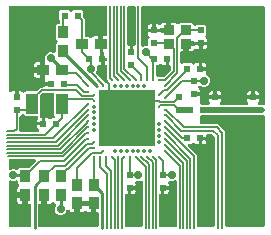
<source format=gtl>
G04 EAGLE Gerber RS-274X export*
G75*
%MOMM*%
%FSLAX34Y34*%
%LPD*%
%INTop Copper*%
%IPPOS*%
%AMOC8*
5,1,8,0,0,1.08239X$1,22.5*%
G01*
%ADD10R,0.950000X0.850000*%
%ADD11R,0.600000X0.600000*%
%ADD12R,1.050000X0.900000*%
%ADD13R,1.000000X1.800000*%
%ADD14R,0.900000X1.050000*%
%ADD15R,4.850000X4.850000*%
%ADD16C,0.200000*%
%ADD17C,0.808000*%
%ADD18C,0.150000*%
%ADD19C,0.200000*%
%ADD20C,0.250000*%
%ADD21C,0.706400*%
%ADD22C,0.600000*%
%ADD23C,0.500000*%
%ADD24C,0.353200*%

G36*
X205654Y107013D02*
X205654Y107013D01*
X205758Y107015D01*
X205825Y107033D01*
X205894Y107041D01*
X205992Y107076D01*
X206093Y107102D01*
X206154Y107135D01*
X206219Y107158D01*
X206306Y107215D01*
X206399Y107264D01*
X206451Y107309D01*
X206509Y107347D01*
X206581Y107422D01*
X206659Y107491D01*
X206700Y107547D01*
X206747Y107597D01*
X206800Y107687D01*
X206861Y107772D01*
X206887Y107836D01*
X206922Y107895D01*
X206953Y107995D01*
X206993Y108091D01*
X207004Y108160D01*
X207024Y108226D01*
X207031Y108330D01*
X207048Y108433D01*
X207043Y108502D01*
X207048Y108571D01*
X207031Y108674D01*
X207024Y108778D01*
X207003Y108844D01*
X206992Y108912D01*
X206952Y109008D01*
X206921Y109108D01*
X206886Y109167D01*
X206859Y109231D01*
X206798Y109316D01*
X206745Y109406D01*
X206677Y109484D01*
X206657Y109511D01*
X206640Y109526D01*
X206610Y109560D01*
X206399Y109772D01*
X206136Y110228D01*
X205999Y110737D01*
X205999Y112501D01*
X211000Y112501D01*
X216001Y112501D01*
X216001Y110737D01*
X215864Y110228D01*
X215601Y109772D01*
X215390Y109560D01*
X215325Y109478D01*
X215253Y109403D01*
X215218Y109343D01*
X215175Y109289D01*
X215131Y109195D01*
X215078Y109105D01*
X215057Y109039D01*
X215028Y108976D01*
X215007Y108874D01*
X214976Y108774D01*
X214971Y108705D01*
X214957Y108638D01*
X214959Y108534D01*
X214952Y108429D01*
X214963Y108361D01*
X214965Y108292D01*
X214991Y108191D01*
X215008Y108088D01*
X215035Y108024D01*
X215052Y107958D01*
X215101Y107865D01*
X215141Y107769D01*
X215181Y107713D01*
X215213Y107652D01*
X215282Y107573D01*
X215343Y107489D01*
X215395Y107443D01*
X215441Y107391D01*
X215525Y107330D01*
X215604Y107262D01*
X215665Y107230D01*
X215721Y107189D01*
X215818Y107150D01*
X215910Y107101D01*
X215977Y107084D01*
X216041Y107058D01*
X216144Y107041D01*
X216245Y107015D01*
X216349Y107008D01*
X216382Y107002D01*
X216404Y107004D01*
X216450Y107001D01*
X219500Y107001D01*
X219535Y107005D01*
X219571Y107002D01*
X219707Y107025D01*
X219843Y107041D01*
X219877Y107053D01*
X219912Y107058D01*
X220039Y107111D01*
X220169Y107158D01*
X220198Y107177D01*
X220231Y107191D01*
X220343Y107272D01*
X220458Y107347D01*
X220483Y107373D01*
X220511Y107393D01*
X220602Y107497D01*
X220697Y107597D01*
X220715Y107628D01*
X220738Y107654D01*
X220802Y107777D01*
X220872Y107895D01*
X220882Y107929D01*
X220899Y107961D01*
X220933Y108094D01*
X220974Y108226D01*
X220976Y108261D01*
X220985Y108295D01*
X220999Y108500D01*
X220999Y189500D01*
X220995Y189535D01*
X220998Y189571D01*
X220975Y189707D01*
X220959Y189843D01*
X220947Y189877D01*
X220942Y189912D01*
X220889Y190039D01*
X220842Y190169D01*
X220823Y190198D01*
X220809Y190231D01*
X220728Y190343D01*
X220653Y190458D01*
X220627Y190483D01*
X220607Y190511D01*
X220503Y190602D01*
X220403Y190697D01*
X220372Y190715D01*
X220346Y190738D01*
X220223Y190802D01*
X220105Y190872D01*
X220071Y190882D01*
X220039Y190899D01*
X219906Y190933D01*
X219774Y190974D01*
X219739Y190976D01*
X219705Y190985D01*
X219500Y190999D01*
X117750Y190999D01*
X117715Y190995D01*
X117679Y190998D01*
X117543Y190975D01*
X117407Y190959D01*
X117373Y190947D01*
X117338Y190942D01*
X117211Y190889D01*
X117081Y190842D01*
X117052Y190823D01*
X117019Y190809D01*
X116907Y190728D01*
X116792Y190653D01*
X116767Y190627D01*
X116739Y190607D01*
X116648Y190503D01*
X116553Y190403D01*
X116535Y190372D01*
X116512Y190346D01*
X116448Y190223D01*
X116378Y190105D01*
X116368Y190071D01*
X116351Y190039D01*
X116317Y189906D01*
X116276Y189774D01*
X116274Y189739D01*
X116265Y189705D01*
X116251Y189500D01*
X116251Y158138D01*
X116269Y157983D01*
X116283Y157828D01*
X116289Y157812D01*
X116291Y157795D01*
X116344Y157648D01*
X116393Y157500D01*
X116402Y157486D01*
X116408Y157470D01*
X116494Y157338D01*
X116576Y157206D01*
X116588Y157194D01*
X116597Y157180D01*
X116710Y157072D01*
X116820Y156962D01*
X116835Y156953D01*
X116847Y156941D01*
X116982Y156862D01*
X117115Y156780D01*
X117131Y156775D01*
X117145Y156766D01*
X117294Y156720D01*
X117443Y156671D01*
X117459Y156669D01*
X117476Y156664D01*
X117632Y156654D01*
X117787Y156639D01*
X117804Y156642D01*
X117821Y156641D01*
X117975Y156666D01*
X118129Y156688D01*
X118150Y156695D01*
X118162Y156697D01*
X118187Y156707D01*
X118324Y156753D01*
X118999Y157033D01*
X121000Y157033D01*
X121035Y157037D01*
X121071Y157034D01*
X121207Y157057D01*
X121343Y157073D01*
X121377Y157085D01*
X121412Y157090D01*
X121539Y157143D01*
X121669Y157190D01*
X121698Y157209D01*
X121731Y157223D01*
X121843Y157304D01*
X121958Y157379D01*
X121983Y157405D01*
X122011Y157425D01*
X122102Y157529D01*
X122197Y157629D01*
X122215Y157660D01*
X122238Y157686D01*
X122302Y157809D01*
X122372Y157927D01*
X122382Y157961D01*
X122399Y157993D01*
X122433Y158126D01*
X122474Y158258D01*
X122476Y158293D01*
X122485Y158327D01*
X122499Y158532D01*
X122499Y163122D01*
X122978Y163600D01*
X123015Y163646D01*
X123058Y163686D01*
X123122Y163782D01*
X123193Y163871D01*
X123218Y163925D01*
X123250Y163973D01*
X123291Y164081D01*
X123340Y164184D01*
X123352Y164242D01*
X123372Y164297D01*
X123387Y164411D01*
X123411Y164523D01*
X123410Y164582D01*
X123417Y164640D01*
X123405Y164754D01*
X123403Y164868D01*
X123388Y164925D01*
X123382Y164984D01*
X123345Y165092D01*
X123316Y165203D01*
X123288Y165255D01*
X123269Y165310D01*
X123208Y165407D01*
X123154Y165509D01*
X123116Y165553D01*
X123084Y165603D01*
X123002Y165683D01*
X122927Y165769D01*
X122879Y165804D01*
X122837Y165845D01*
X122802Y165869D01*
X122399Y166271D01*
X122136Y166728D01*
X121999Y167237D01*
X121999Y169001D01*
X127000Y169001D01*
X132521Y169001D01*
X132597Y168928D01*
X132628Y168910D01*
X132654Y168887D01*
X132777Y168823D01*
X132895Y168753D01*
X132929Y168743D01*
X132960Y168726D01*
X133094Y168692D01*
X133226Y168651D01*
X133261Y168649D01*
X133295Y168640D01*
X133500Y168626D01*
X139125Y168626D01*
X139160Y168630D01*
X139195Y168627D01*
X139331Y168650D01*
X139468Y168666D01*
X139502Y168678D01*
X139537Y168683D01*
X139664Y168736D01*
X139793Y168783D01*
X139823Y168802D01*
X139856Y168816D01*
X139968Y168897D01*
X140083Y168972D01*
X140107Y168998D01*
X140136Y169018D01*
X140227Y169122D01*
X140322Y169222D01*
X140340Y169253D01*
X140363Y169279D01*
X140427Y169402D01*
X140497Y169520D01*
X140507Y169554D01*
X140524Y169585D01*
X140558Y169719D01*
X140599Y169851D01*
X140601Y169886D01*
X140605Y169903D01*
X140718Y169916D01*
X140752Y169928D01*
X140787Y169934D01*
X140914Y169986D01*
X141044Y170033D01*
X141073Y170053D01*
X141106Y170066D01*
X141218Y170147D01*
X141333Y170222D01*
X141358Y170248D01*
X141386Y170269D01*
X141477Y170373D01*
X141572Y170472D01*
X141590Y170503D01*
X141613Y170530D01*
X141677Y170652D01*
X141747Y170770D01*
X141757Y170804D01*
X141774Y170836D01*
X141808Y170969D01*
X141849Y171101D01*
X141851Y171136D01*
X141860Y171171D01*
X141874Y171375D01*
X141874Y177001D01*
X144763Y177001D01*
X145272Y176864D01*
X145729Y176601D01*
X146153Y176176D01*
X146178Y176147D01*
X146247Y176055D01*
X146292Y176017D01*
X146330Y175973D01*
X146424Y175906D01*
X146511Y175832D01*
X146563Y175806D01*
X146611Y175771D01*
X146717Y175728D01*
X146819Y175676D01*
X146876Y175662D01*
X146931Y175639D01*
X147044Y175621D01*
X147155Y175594D01*
X147214Y175594D01*
X147272Y175584D01*
X147387Y175592D01*
X147501Y175591D01*
X147558Y175604D01*
X147617Y175609D01*
X147727Y175643D01*
X147838Y175668D01*
X147891Y175694D01*
X147947Y175711D01*
X148046Y175770D01*
X148149Y175820D01*
X148194Y175857D01*
X148245Y175887D01*
X148400Y176022D01*
X148878Y176501D01*
X159622Y176501D01*
X160513Y175609D01*
X160515Y175535D01*
X160533Y175468D01*
X160541Y175399D01*
X160576Y175301D01*
X160602Y175200D01*
X160635Y175139D01*
X160658Y175074D01*
X160715Y174987D01*
X160764Y174894D01*
X160809Y174842D01*
X160847Y174784D01*
X160922Y174712D01*
X160991Y174634D01*
X161047Y174593D01*
X161097Y174546D01*
X161187Y174493D01*
X161272Y174432D01*
X161336Y174406D01*
X161395Y174371D01*
X161495Y174340D01*
X161591Y174300D01*
X161660Y174289D01*
X161726Y174269D01*
X161830Y174262D01*
X161933Y174245D01*
X162002Y174250D01*
X162071Y174245D01*
X162173Y174262D01*
X162278Y174269D01*
X162344Y174290D01*
X162412Y174301D01*
X162508Y174341D01*
X162608Y174372D01*
X162667Y174407D01*
X162731Y174434D01*
X162816Y174495D01*
X162905Y174548D01*
X162984Y174616D01*
X163011Y174636D01*
X163026Y174653D01*
X163060Y174682D01*
X163378Y175001D01*
X170622Y175001D01*
X171501Y174122D01*
X171501Y166878D01*
X171022Y166400D01*
X170986Y166354D01*
X170943Y166314D01*
X170878Y166218D01*
X170807Y166128D01*
X170782Y166075D01*
X170750Y166027D01*
X170709Y165919D01*
X170660Y165815D01*
X170648Y165758D01*
X170628Y165703D01*
X170613Y165589D01*
X170589Y165477D01*
X170590Y165419D01*
X170583Y165361D01*
X170595Y165246D01*
X170597Y165132D01*
X170612Y165075D01*
X170618Y165017D01*
X170655Y164908D01*
X170684Y164797D01*
X170712Y164745D01*
X170731Y164690D01*
X170792Y164592D01*
X170846Y164491D01*
X170884Y164447D01*
X170916Y164398D01*
X170998Y164317D01*
X171073Y164231D01*
X171121Y164196D01*
X171162Y164155D01*
X171198Y164131D01*
X171601Y163729D01*
X171864Y163272D01*
X172001Y162763D01*
X172001Y160999D01*
X167000Y160999D01*
X161479Y160999D01*
X161403Y161072D01*
X161372Y161090D01*
X161346Y161113D01*
X161223Y161177D01*
X161105Y161247D01*
X161071Y161257D01*
X161039Y161274D01*
X160906Y161308D01*
X160774Y161349D01*
X160739Y161351D01*
X160705Y161360D01*
X160500Y161374D01*
X154875Y161374D01*
X154840Y161370D01*
X154805Y161373D01*
X154669Y161350D01*
X154532Y161334D01*
X154498Y161322D01*
X154463Y161317D01*
X154336Y161264D01*
X154207Y161217D01*
X154177Y161198D01*
X154144Y161184D01*
X154032Y161103D01*
X153917Y161028D01*
X153893Y161002D01*
X153864Y160982D01*
X153773Y160878D01*
X153678Y160778D01*
X153660Y160747D01*
X153637Y160721D01*
X153573Y160598D01*
X153503Y160480D01*
X153493Y160446D01*
X153476Y160414D01*
X153442Y160281D01*
X153401Y160149D01*
X153399Y160114D01*
X153395Y160097D01*
X153282Y160084D01*
X153248Y160072D01*
X153213Y160066D01*
X153086Y160014D01*
X152956Y159967D01*
X152927Y159947D01*
X152894Y159934D01*
X152782Y159853D01*
X152667Y159778D01*
X152642Y159752D01*
X152614Y159731D01*
X152523Y159627D01*
X152428Y159528D01*
X152410Y159497D01*
X152387Y159470D01*
X152323Y159348D01*
X152253Y159230D01*
X152243Y159196D01*
X152226Y159164D01*
X152192Y159031D01*
X152151Y158899D01*
X152149Y158864D01*
X152140Y158829D01*
X152126Y158625D01*
X152126Y152999D01*
X150750Y152999D01*
X150715Y152995D01*
X150679Y152998D01*
X150543Y152975D01*
X150407Y152959D01*
X150373Y152947D01*
X150338Y152942D01*
X150211Y152889D01*
X150081Y152842D01*
X150052Y152823D01*
X150019Y152809D01*
X149907Y152728D01*
X149792Y152653D01*
X149767Y152627D01*
X149739Y152607D01*
X149648Y152503D01*
X149553Y152403D01*
X149535Y152372D01*
X149512Y152346D01*
X149448Y152223D01*
X149378Y152105D01*
X149368Y152071D01*
X149351Y152039D01*
X149317Y151906D01*
X149276Y151774D01*
X149274Y151739D01*
X149265Y151705D01*
X149251Y151500D01*
X149251Y143493D01*
X149263Y143389D01*
X149265Y143285D01*
X149283Y143218D01*
X149291Y143149D01*
X149326Y143051D01*
X149352Y142950D01*
X149385Y142889D01*
X149408Y142824D01*
X149465Y142737D01*
X149514Y142644D01*
X149559Y142592D01*
X149597Y142534D01*
X149672Y142462D01*
X149741Y142384D01*
X149797Y142343D01*
X149847Y142296D01*
X149937Y142243D01*
X150022Y142182D01*
X150086Y142156D01*
X150145Y142121D01*
X150245Y142090D01*
X150341Y142050D01*
X150410Y142039D01*
X150476Y142019D01*
X150580Y142012D01*
X150683Y141995D01*
X150752Y142000D01*
X150821Y141995D01*
X150924Y142012D01*
X151028Y142019D01*
X151094Y142040D01*
X151162Y142051D01*
X151258Y142091D01*
X151358Y142122D01*
X151417Y142157D01*
X151481Y142184D01*
X151566Y142245D01*
X151655Y142298D01*
X151734Y142366D01*
X151761Y142386D01*
X151776Y142403D01*
X151810Y142432D01*
X151878Y142501D01*
X159122Y142501D01*
X159600Y142022D01*
X159646Y141986D01*
X159686Y141943D01*
X159782Y141878D01*
X159872Y141807D01*
X159925Y141782D01*
X159973Y141750D01*
X160081Y141709D01*
X160185Y141660D01*
X160242Y141648D01*
X160297Y141628D01*
X160411Y141613D01*
X160523Y141589D01*
X160581Y141590D01*
X160639Y141583D01*
X160754Y141595D01*
X160868Y141597D01*
X160925Y141612D01*
X160983Y141618D01*
X161092Y141655D01*
X161203Y141684D01*
X161255Y141712D01*
X161310Y141731D01*
X161408Y141792D01*
X161509Y141846D01*
X161553Y141884D01*
X161602Y141916D01*
X161683Y141998D01*
X161769Y142073D01*
X161804Y142121D01*
X161845Y142162D01*
X161869Y142198D01*
X162271Y142601D01*
X162728Y142864D01*
X163237Y143001D01*
X165001Y143001D01*
X165001Y138000D01*
X165005Y137965D01*
X165002Y137930D01*
X165025Y137794D01*
X165040Y137657D01*
X165052Y137624D01*
X165058Y137589D01*
X165111Y137461D01*
X165158Y137332D01*
X165177Y137302D01*
X165191Y137269D01*
X165271Y137158D01*
X165347Y137042D01*
X165372Y137018D01*
X165393Y136989D01*
X165394Y136989D01*
X165394Y136988D01*
X165498Y136898D01*
X165597Y136803D01*
X165628Y136785D01*
X165655Y136762D01*
X165777Y136698D01*
X165896Y136628D01*
X165929Y136618D01*
X165961Y136601D01*
X166094Y136567D01*
X166226Y136526D01*
X166261Y136523D01*
X166296Y136515D01*
X166500Y136501D01*
X171501Y136501D01*
X171501Y134737D01*
X171330Y134100D01*
X171314Y133991D01*
X171289Y133883D01*
X171289Y133820D01*
X171280Y133758D01*
X171289Y133648D01*
X171289Y133538D01*
X171304Y133476D01*
X171309Y133414D01*
X171343Y133309D01*
X171369Y133201D01*
X171397Y133145D01*
X171417Y133085D01*
X171474Y132991D01*
X171523Y132892D01*
X171564Y132844D01*
X171596Y132790D01*
X171674Y132711D01*
X171745Y132626D01*
X171795Y132588D01*
X171839Y132544D01*
X171933Y132485D01*
X172021Y132418D01*
X172104Y132377D01*
X172132Y132360D01*
X172156Y132351D01*
X172205Y132327D01*
X172351Y132267D01*
X173767Y130851D01*
X174533Y129001D01*
X174533Y126999D01*
X173767Y125149D01*
X172351Y123733D01*
X170501Y122967D01*
X168499Y122967D01*
X166660Y123729D01*
X166579Y123752D01*
X166500Y123785D01*
X166413Y123799D01*
X166328Y123824D01*
X166243Y123827D01*
X166159Y123841D01*
X166071Y123835D01*
X165982Y123839D01*
X165899Y123824D01*
X165814Y123818D01*
X165729Y123792D01*
X165642Y123776D01*
X165565Y123741D01*
X165484Y123717D01*
X165407Y123672D01*
X165326Y123636D01*
X165258Y123585D01*
X165230Y123568D01*
X165196Y123549D01*
X165194Y123547D01*
X165185Y123542D01*
X165071Y123443D01*
X165050Y123427D01*
X165044Y123420D01*
X165030Y123408D01*
X165026Y123403D01*
X164987Y123355D01*
X164942Y123314D01*
X164884Y123227D01*
X164830Y123161D01*
X164825Y123152D01*
X164810Y123133D01*
X164784Y123077D01*
X164750Y123027D01*
X164710Y122922D01*
X164696Y122893D01*
X164676Y122852D01*
X164675Y122848D01*
X164662Y122820D01*
X164649Y122761D01*
X164628Y122703D01*
X164613Y122592D01*
X164590Y122482D01*
X164591Y122421D01*
X164583Y122360D01*
X164594Y122249D01*
X164596Y122137D01*
X164612Y122077D01*
X164618Y122016D01*
X164655Y121910D01*
X164682Y121802D01*
X164711Y121748D01*
X164731Y121690D01*
X164791Y121595D01*
X164843Y121496D01*
X164883Y121449D01*
X164916Y121397D01*
X164996Y121319D01*
X165069Y121234D01*
X165119Y121198D01*
X165163Y121155D01*
X165198Y121131D01*
X165601Y120729D01*
X165864Y120272D01*
X166001Y119763D01*
X166001Y117999D01*
X161000Y117999D01*
X160965Y117995D01*
X160930Y117998D01*
X160794Y117975D01*
X160657Y117960D01*
X160624Y117947D01*
X160589Y117942D01*
X160461Y117889D01*
X160332Y117842D01*
X160302Y117823D01*
X160269Y117809D01*
X160158Y117729D01*
X160042Y117653D01*
X160018Y117628D01*
X159989Y117607D01*
X159898Y117503D01*
X159803Y117403D01*
X159786Y117373D01*
X159762Y117346D01*
X159698Y117223D01*
X159628Y117105D01*
X159618Y117071D01*
X159601Y117040D01*
X159567Y116906D01*
X159526Y116775D01*
X159524Y116739D01*
X159515Y116705D01*
X159501Y116500D01*
X159505Y116465D01*
X159503Y116430D01*
X159503Y116429D01*
X159525Y116293D01*
X159541Y116156D01*
X159553Y116123D01*
X159559Y116088D01*
X159612Y115961D01*
X159658Y115831D01*
X159678Y115801D01*
X159691Y115769D01*
X159772Y115657D01*
X159847Y115542D01*
X159873Y115517D01*
X159894Y115488D01*
X159998Y115398D01*
X160097Y115303D01*
X160128Y115285D01*
X160155Y115262D01*
X160277Y115198D01*
X160396Y115128D01*
X160429Y115118D01*
X160461Y115101D01*
X160594Y115067D01*
X160726Y115026D01*
X160761Y115023D01*
X160796Y115015D01*
X161000Y115001D01*
X166001Y115001D01*
X166001Y114621D01*
X166001Y109000D01*
X166005Y108965D01*
X166002Y108929D01*
X166025Y108793D01*
X166041Y108657D01*
X166053Y108623D01*
X166058Y108588D01*
X166111Y108461D01*
X166158Y108331D01*
X166177Y108302D01*
X166191Y108269D01*
X166272Y108157D01*
X166347Y108042D01*
X166373Y108017D01*
X166393Y107989D01*
X166497Y107898D01*
X166597Y107803D01*
X166628Y107785D01*
X166654Y107762D01*
X166777Y107698D01*
X166895Y107628D01*
X166929Y107618D01*
X166961Y107601D01*
X167094Y107567D01*
X167226Y107526D01*
X167261Y107524D01*
X167295Y107515D01*
X167500Y107501D01*
X173113Y107501D01*
X173194Y107510D01*
X173276Y107510D01*
X173365Y107530D01*
X173457Y107541D01*
X173533Y107568D01*
X173613Y107586D01*
X173695Y107627D01*
X173782Y107658D01*
X173850Y107703D01*
X173923Y107738D01*
X173994Y107797D01*
X174072Y107847D01*
X174128Y107906D01*
X174191Y107957D01*
X174247Y108030D01*
X174310Y108097D01*
X174351Y108167D01*
X174401Y108232D01*
X174439Y108316D01*
X174485Y108395D01*
X174509Y108473D01*
X174543Y108547D01*
X174560Y108638D01*
X174587Y108726D01*
X174593Y108807D01*
X174608Y108887D01*
X174605Y108979D01*
X174611Y109071D01*
X174598Y109151D01*
X174594Y109232D01*
X174570Y109321D01*
X174555Y109412D01*
X174524Y109487D01*
X174502Y109565D01*
X174430Y109711D01*
X174422Y109731D01*
X174418Y109737D01*
X174412Y109750D01*
X174136Y110228D01*
X173999Y110737D01*
X173999Y112501D01*
X179000Y112501D01*
X184001Y112501D01*
X184001Y110737D01*
X183864Y110228D01*
X183601Y109772D01*
X183390Y109560D01*
X183325Y109478D01*
X183253Y109403D01*
X183218Y109343D01*
X183175Y109289D01*
X183131Y109195D01*
X183078Y109105D01*
X183057Y109039D01*
X183028Y108976D01*
X183007Y108874D01*
X182976Y108774D01*
X182971Y108705D01*
X182957Y108638D01*
X182959Y108534D01*
X182952Y108429D01*
X182963Y108361D01*
X182965Y108292D01*
X182991Y108191D01*
X183008Y108088D01*
X183035Y108024D01*
X183052Y107958D01*
X183101Y107865D01*
X183141Y107769D01*
X183181Y107713D01*
X183213Y107652D01*
X183282Y107573D01*
X183343Y107489D01*
X183395Y107443D01*
X183441Y107391D01*
X183525Y107330D01*
X183604Y107262D01*
X183665Y107230D01*
X183721Y107189D01*
X183818Y107150D01*
X183910Y107101D01*
X183977Y107084D01*
X184041Y107058D01*
X184144Y107041D01*
X184245Y107015D01*
X184349Y107008D01*
X184382Y107002D01*
X184404Y107004D01*
X184450Y107001D01*
X205550Y107001D01*
X205654Y107013D01*
G37*
G36*
X219535Y4005D02*
X219535Y4005D01*
X219571Y4002D01*
X219707Y4025D01*
X219843Y4041D01*
X219877Y4053D01*
X219912Y4058D01*
X220039Y4111D01*
X220169Y4158D01*
X220198Y4177D01*
X220231Y4191D01*
X220343Y4272D01*
X220458Y4347D01*
X220483Y4373D01*
X220511Y4393D01*
X220602Y4497D01*
X220697Y4597D01*
X220715Y4628D01*
X220738Y4654D01*
X220802Y4777D01*
X220872Y4895D01*
X220882Y4929D01*
X220899Y4961D01*
X220933Y5094D01*
X220974Y5226D01*
X220976Y5261D01*
X220985Y5295D01*
X220999Y5500D01*
X220999Y97500D01*
X220995Y97535D01*
X220998Y97571D01*
X220975Y97707D01*
X220959Y97843D01*
X220947Y97877D01*
X220942Y97912D01*
X220889Y98039D01*
X220842Y98169D01*
X220823Y98198D01*
X220809Y98231D01*
X220728Y98343D01*
X220653Y98458D01*
X220627Y98483D01*
X220607Y98511D01*
X220503Y98602D01*
X220403Y98697D01*
X220372Y98715D01*
X220346Y98738D01*
X220223Y98802D01*
X220105Y98872D01*
X220071Y98882D01*
X220039Y98899D01*
X219906Y98933D01*
X219774Y98974D01*
X219739Y98976D01*
X219705Y98985D01*
X219500Y98999D01*
X215743Y98999D01*
X215604Y98983D01*
X215465Y98973D01*
X215433Y98963D01*
X215399Y98959D01*
X215268Y98912D01*
X215135Y98871D01*
X215106Y98853D01*
X215074Y98842D01*
X214957Y98766D01*
X214837Y98695D01*
X214803Y98665D01*
X214784Y98653D01*
X214761Y98629D01*
X214683Y98560D01*
X214622Y98499D01*
X207378Y98499D01*
X207317Y98560D01*
X207208Y98647D01*
X207103Y98738D01*
X207073Y98754D01*
X207046Y98775D01*
X206920Y98834D01*
X206797Y98899D01*
X206764Y98907D01*
X206733Y98922D01*
X206597Y98950D01*
X206462Y98985D01*
X206417Y98988D01*
X206395Y98993D01*
X206361Y98992D01*
X206257Y98999D01*
X183743Y98999D01*
X183604Y98983D01*
X183465Y98973D01*
X183433Y98963D01*
X183399Y98959D01*
X183268Y98912D01*
X183135Y98871D01*
X183106Y98853D01*
X183074Y98842D01*
X182957Y98766D01*
X182837Y98695D01*
X182803Y98665D01*
X182784Y98653D01*
X182761Y98629D01*
X182683Y98560D01*
X182622Y98499D01*
X175378Y98499D01*
X175317Y98560D01*
X175208Y98647D01*
X175103Y98738D01*
X175073Y98754D01*
X175046Y98775D01*
X174920Y98834D01*
X174797Y98899D01*
X174764Y98907D01*
X174733Y98922D01*
X174597Y98950D01*
X174462Y98985D01*
X174417Y98988D01*
X174395Y98993D01*
X174361Y98992D01*
X174257Y98999D01*
X173743Y98999D01*
X173604Y98983D01*
X173465Y98973D01*
X173433Y98963D01*
X173399Y98959D01*
X173268Y98912D01*
X173135Y98871D01*
X173106Y98853D01*
X173074Y98842D01*
X172957Y98766D01*
X172837Y98695D01*
X172803Y98665D01*
X172784Y98653D01*
X172761Y98629D01*
X172683Y98560D01*
X172622Y98499D01*
X167500Y98499D01*
X167465Y98495D01*
X167429Y98498D01*
X167293Y98475D01*
X167157Y98459D01*
X167123Y98447D01*
X167088Y98442D01*
X166961Y98389D01*
X166831Y98342D01*
X166802Y98323D01*
X166769Y98309D01*
X166657Y98228D01*
X166542Y98153D01*
X166517Y98127D01*
X166489Y98107D01*
X166398Y98003D01*
X166303Y97903D01*
X166285Y97872D01*
X166262Y97846D01*
X166198Y97723D01*
X166128Y97605D01*
X166118Y97571D01*
X166101Y97539D01*
X166067Y97406D01*
X166026Y97274D01*
X166024Y97239D01*
X166015Y97205D01*
X166001Y97000D01*
X166001Y92500D01*
X166005Y92465D01*
X166002Y92429D01*
X166025Y92293D01*
X166041Y92157D01*
X166053Y92123D01*
X166058Y92088D01*
X166111Y91961D01*
X166158Y91831D01*
X166177Y91802D01*
X166191Y91769D01*
X166272Y91657D01*
X166347Y91542D01*
X166373Y91517D01*
X166393Y91489D01*
X166497Y91398D01*
X166597Y91303D01*
X166628Y91285D01*
X166654Y91262D01*
X166777Y91198D01*
X166895Y91128D01*
X166929Y91118D01*
X166961Y91101D01*
X167094Y91067D01*
X167226Y91026D01*
X167261Y91024D01*
X167295Y91015D01*
X167500Y91001D01*
X181536Y91001D01*
X187501Y85036D01*
X187501Y5500D01*
X187505Y5465D01*
X187502Y5429D01*
X187525Y5293D01*
X187541Y5157D01*
X187553Y5123D01*
X187558Y5088D01*
X187611Y4961D01*
X187658Y4831D01*
X187677Y4802D01*
X187691Y4769D01*
X187772Y4657D01*
X187847Y4542D01*
X187873Y4517D01*
X187893Y4489D01*
X187997Y4398D01*
X188097Y4303D01*
X188128Y4285D01*
X188154Y4262D01*
X188277Y4198D01*
X188395Y4128D01*
X188429Y4118D01*
X188461Y4101D01*
X188594Y4067D01*
X188726Y4026D01*
X188761Y4024D01*
X188795Y4015D01*
X189000Y4001D01*
X219500Y4001D01*
X219535Y4005D01*
G37*
G36*
X11035Y112505D02*
X11035Y112505D01*
X11070Y112503D01*
X11071Y112503D01*
X11207Y112525D01*
X11344Y112541D01*
X11377Y112553D01*
X11412Y112559D01*
X11539Y112612D01*
X11669Y112658D01*
X11699Y112678D01*
X11731Y112691D01*
X11843Y112772D01*
X11958Y112847D01*
X11983Y112873D01*
X12012Y112894D01*
X12102Y112998D01*
X12197Y113097D01*
X12215Y113128D01*
X12238Y113155D01*
X12302Y113277D01*
X12372Y113396D01*
X12382Y113429D01*
X12399Y113461D01*
X12433Y113594D01*
X12474Y113726D01*
X12477Y113761D01*
X12485Y113796D01*
X12499Y114000D01*
X12499Y119001D01*
X14263Y119001D01*
X14772Y118864D01*
X15229Y118601D01*
X15543Y118286D01*
X15571Y118264D01*
X15595Y118237D01*
X15707Y118157D01*
X15814Y118071D01*
X15847Y118056D01*
X15875Y118036D01*
X16003Y117983D01*
X16127Y117925D01*
X16162Y117917D01*
X16195Y117904D01*
X16331Y117882D01*
X16466Y117853D01*
X16501Y117854D01*
X16536Y117848D01*
X16674Y117858D01*
X16811Y117861D01*
X16846Y117870D01*
X16881Y117873D01*
X17013Y117914D01*
X17146Y117949D01*
X17177Y117965D01*
X17211Y117976D01*
X17330Y118046D01*
X17452Y118110D01*
X17479Y118133D01*
X17509Y118151D01*
X17664Y118286D01*
X18378Y119001D01*
X27197Y119001D01*
X27335Y119017D01*
X27474Y119027D01*
X27507Y119037D01*
X27540Y119041D01*
X27671Y119088D01*
X27804Y119129D01*
X27833Y119147D01*
X27865Y119158D01*
X27982Y119234D01*
X28102Y119305D01*
X28136Y119335D01*
X28155Y119347D01*
X28178Y119371D01*
X28257Y119440D01*
X31068Y122251D01*
X33500Y122251D01*
X33535Y122255D01*
X33571Y122252D01*
X33707Y122275D01*
X33843Y122291D01*
X33877Y122303D01*
X33912Y122308D01*
X34039Y122361D01*
X34169Y122408D01*
X34198Y122427D01*
X34231Y122441D01*
X34343Y122522D01*
X34458Y122597D01*
X34483Y122623D01*
X34511Y122643D01*
X34602Y122747D01*
X34697Y122847D01*
X34715Y122878D01*
X34738Y122904D01*
X34802Y123027D01*
X34872Y123145D01*
X34882Y123179D01*
X34899Y123211D01*
X34933Y123344D01*
X34974Y123476D01*
X34976Y123511D01*
X34985Y123545D01*
X34999Y123750D01*
X34999Y124001D01*
X40000Y124001D01*
X40035Y124005D01*
X40070Y124002D01*
X40206Y124025D01*
X40343Y124040D01*
X40376Y124052D01*
X40411Y124058D01*
X40539Y124111D01*
X40668Y124158D01*
X40698Y124177D01*
X40731Y124191D01*
X40842Y124271D01*
X40958Y124347D01*
X40982Y124372D01*
X41011Y124393D01*
X41102Y124497D01*
X41197Y124597D01*
X41214Y124627D01*
X41238Y124654D01*
X41302Y124777D01*
X41372Y124895D01*
X41382Y124929D01*
X41399Y124960D01*
X41433Y125094D01*
X41474Y125225D01*
X41476Y125261D01*
X41485Y125295D01*
X41499Y125500D01*
X41495Y125535D01*
X41497Y125570D01*
X41497Y125571D01*
X41475Y125707D01*
X41459Y125844D01*
X41447Y125877D01*
X41441Y125912D01*
X41388Y126039D01*
X41342Y126169D01*
X41322Y126199D01*
X41309Y126231D01*
X41228Y126343D01*
X41153Y126458D01*
X41127Y126483D01*
X41106Y126512D01*
X41002Y126602D01*
X40903Y126697D01*
X40872Y126715D01*
X40845Y126738D01*
X40723Y126802D01*
X40604Y126872D01*
X40571Y126882D01*
X40539Y126899D01*
X40406Y126933D01*
X40274Y126974D01*
X40239Y126977D01*
X40204Y126985D01*
X40000Y126999D01*
X34999Y126999D01*
X34999Y128763D01*
X35171Y129405D01*
X35185Y129438D01*
X35206Y129553D01*
X35235Y129666D01*
X35241Y129747D01*
X35246Y129778D01*
X35245Y129807D01*
X35249Y129871D01*
X35249Y136250D01*
X35245Y136285D01*
X35248Y136320D01*
X35225Y136456D01*
X35209Y136593D01*
X35197Y136627D01*
X35192Y136662D01*
X35139Y136789D01*
X35092Y136918D01*
X35073Y136948D01*
X35059Y136981D01*
X35041Y137006D01*
X35052Y137027D01*
X35122Y137145D01*
X35132Y137179D01*
X35149Y137211D01*
X35183Y137344D01*
X35224Y137476D01*
X35226Y137511D01*
X35235Y137546D01*
X35249Y137750D01*
X35249Y144951D01*
X35257Y145037D01*
X35255Y145054D01*
X35256Y145071D01*
X35231Y145225D01*
X35209Y145379D01*
X35202Y145400D01*
X35200Y145412D01*
X35189Y145437D01*
X35143Y145574D01*
X34967Y145999D01*
X34967Y148001D01*
X35733Y149851D01*
X37149Y151267D01*
X38999Y152033D01*
X41001Y152033D01*
X41926Y151649D01*
X42077Y151607D01*
X42226Y151561D01*
X42243Y151560D01*
X42259Y151555D01*
X42414Y151548D01*
X42571Y151537D01*
X42587Y151540D01*
X42604Y151539D01*
X42758Y151568D01*
X42912Y151593D01*
X42927Y151599D01*
X42944Y151603D01*
X43088Y151666D01*
X43231Y151726D01*
X43245Y151735D01*
X43260Y151742D01*
X43385Y151837D01*
X43511Y151928D01*
X43523Y151941D01*
X43536Y151951D01*
X43636Y152071D01*
X43738Y152189D01*
X43746Y152204D01*
X43757Y152217D01*
X43826Y152357D01*
X43899Y152495D01*
X43903Y152512D01*
X43911Y152527D01*
X43946Y152679D01*
X43985Y152830D01*
X43987Y152852D01*
X43989Y152863D01*
X43989Y152891D01*
X43999Y153035D01*
X43999Y158872D01*
X45068Y159940D01*
X45090Y159968D01*
X45116Y159991D01*
X45197Y160103D01*
X45282Y160211D01*
X45297Y160243D01*
X45318Y160272D01*
X45371Y160399D01*
X45429Y160524D01*
X45436Y160559D01*
X45450Y160591D01*
X45472Y160728D01*
X45500Y160862D01*
X45499Y160898D01*
X45505Y160933D01*
X45495Y161070D01*
X45492Y161208D01*
X45483Y161242D01*
X45481Y161278D01*
X45440Y161409D01*
X45405Y161542D01*
X45389Y161574D01*
X45378Y161608D01*
X45308Y161726D01*
X45244Y161848D01*
X45220Y161875D01*
X45202Y161905D01*
X45068Y162060D01*
X43999Y163128D01*
X43999Y174872D01*
X44878Y175751D01*
X46000Y175751D01*
X46035Y175755D01*
X46071Y175752D01*
X46207Y175775D01*
X46343Y175791D01*
X46377Y175803D01*
X46412Y175808D01*
X46539Y175861D01*
X46669Y175908D01*
X46698Y175927D01*
X46731Y175941D01*
X46843Y176022D01*
X46958Y176097D01*
X46983Y176123D01*
X47011Y176143D01*
X47102Y176247D01*
X47197Y176347D01*
X47215Y176378D01*
X47238Y176404D01*
X47302Y176527D01*
X47372Y176645D01*
X47382Y176679D01*
X47399Y176711D01*
X47433Y176844D01*
X47474Y176976D01*
X47476Y177011D01*
X47485Y177045D01*
X47499Y177250D01*
X47499Y178257D01*
X47483Y178396D01*
X47473Y178535D01*
X47463Y178567D01*
X47459Y178601D01*
X47412Y178732D01*
X47371Y178865D01*
X47353Y178894D01*
X47342Y178926D01*
X47266Y179043D01*
X47195Y179163D01*
X47165Y179197D01*
X47153Y179216D01*
X47129Y179239D01*
X47060Y179317D01*
X46999Y179378D01*
X46999Y186622D01*
X47878Y187501D01*
X55122Y187501D01*
X55940Y186682D01*
X55968Y186660D01*
X55991Y186634D01*
X56103Y186553D01*
X56211Y186468D01*
X56243Y186453D01*
X56272Y186432D01*
X56399Y186379D01*
X56524Y186321D01*
X56559Y186314D01*
X56591Y186300D01*
X56728Y186278D01*
X56862Y186250D01*
X56898Y186251D01*
X56933Y186245D01*
X57070Y186255D01*
X57208Y186258D01*
X57242Y186267D01*
X57278Y186269D01*
X57409Y186310D01*
X57542Y186345D01*
X57574Y186361D01*
X57608Y186372D01*
X57726Y186442D01*
X57848Y186506D01*
X57875Y186530D01*
X57905Y186548D01*
X58060Y186682D01*
X58878Y187501D01*
X66122Y187501D01*
X67001Y186622D01*
X67001Y182657D01*
X67017Y182519D01*
X67027Y182379D01*
X67037Y182347D01*
X67041Y182313D01*
X67088Y182182D01*
X67129Y182049D01*
X67147Y182020D01*
X67158Y181988D01*
X67234Y181872D01*
X67305Y181751D01*
X67335Y181717D01*
X67347Y181699D01*
X67371Y181675D01*
X67440Y181597D01*
X68501Y180536D01*
X68501Y166500D01*
X68505Y166465D01*
X68502Y166429D01*
X68525Y166293D01*
X68541Y166157D01*
X68553Y166123D01*
X68558Y166088D01*
X68611Y165961D01*
X68658Y165831D01*
X68677Y165802D01*
X68691Y165769D01*
X68772Y165657D01*
X68847Y165542D01*
X68873Y165517D01*
X68893Y165489D01*
X68997Y165398D01*
X69097Y165303D01*
X69128Y165285D01*
X69154Y165262D01*
X69277Y165198D01*
X69395Y165128D01*
X69429Y165118D01*
X69461Y165101D01*
X69594Y165067D01*
X69726Y165026D01*
X69761Y165024D01*
X69795Y165015D01*
X70000Y165001D01*
X71872Y165001D01*
X72667Y164205D01*
X72713Y164168D01*
X72753Y164126D01*
X72848Y164062D01*
X72939Y163990D01*
X72991Y163965D01*
X73040Y163933D01*
X73148Y163892D01*
X73252Y163843D01*
X73309Y163831D01*
X73364Y163811D01*
X73477Y163796D01*
X73590Y163772D01*
X73648Y163773D01*
X73706Y163766D01*
X73820Y163777D01*
X73935Y163780D01*
X73992Y163795D01*
X74050Y163801D01*
X74159Y163838D01*
X74270Y163867D01*
X74322Y163895D01*
X74377Y163914D01*
X74474Y163975D01*
X74576Y164029D01*
X74620Y164067D01*
X74669Y164098D01*
X74750Y164180D01*
X74836Y164256D01*
X74871Y164303D01*
X74912Y164345D01*
X75026Y164515D01*
X75149Y164729D01*
X75521Y165101D01*
X75978Y165364D01*
X76487Y165501D01*
X79751Y165501D01*
X79751Y159750D01*
X79755Y159715D01*
X79752Y159680D01*
X79775Y159543D01*
X79791Y159407D01*
X79803Y159373D01*
X79808Y159338D01*
X79861Y159211D01*
X79908Y159082D01*
X79927Y159052D01*
X79941Y159019D01*
X80022Y158907D01*
X80097Y158792D01*
X80123Y158768D01*
X80143Y158739D01*
X80247Y158648D01*
X80347Y158553D01*
X80378Y158535D01*
X80404Y158512D01*
X80527Y158448D01*
X80645Y158378D01*
X80679Y158368D01*
X80710Y158351D01*
X80844Y158317D01*
X80976Y158276D01*
X81011Y158274D01*
X81045Y158265D01*
X81250Y158251D01*
X82750Y158251D01*
X82785Y158255D01*
X82821Y158253D01*
X82957Y158275D01*
X83093Y158291D01*
X83127Y158303D01*
X83162Y158309D01*
X83289Y158361D01*
X83419Y158408D01*
X83448Y158428D01*
X83481Y158441D01*
X83593Y158522D01*
X83708Y158597D01*
X83733Y158623D01*
X83761Y158644D01*
X83852Y158748D01*
X83947Y158847D01*
X83965Y158878D01*
X83988Y158905D01*
X84052Y159027D01*
X84122Y159145D01*
X84132Y159179D01*
X84149Y159211D01*
X84183Y159344D01*
X84224Y159476D01*
X84226Y159511D01*
X84235Y159546D01*
X84249Y159750D01*
X84249Y165501D01*
X86250Y165501D01*
X86285Y165505D01*
X86321Y165502D01*
X86457Y165525D01*
X86593Y165541D01*
X86627Y165553D01*
X86662Y165558D01*
X86789Y165611D01*
X86919Y165658D01*
X86948Y165677D01*
X86981Y165691D01*
X87093Y165772D01*
X87208Y165847D01*
X87233Y165873D01*
X87261Y165893D01*
X87352Y165997D01*
X87447Y166097D01*
X87465Y166128D01*
X87488Y166154D01*
X87552Y166277D01*
X87622Y166395D01*
X87632Y166429D01*
X87649Y166461D01*
X87683Y166594D01*
X87724Y166726D01*
X87726Y166761D01*
X87735Y166795D01*
X87749Y167000D01*
X87749Y189500D01*
X87745Y189535D01*
X87748Y189571D01*
X87725Y189707D01*
X87709Y189843D01*
X87697Y189877D01*
X87692Y189912D01*
X87639Y190039D01*
X87592Y190169D01*
X87573Y190198D01*
X87559Y190231D01*
X87478Y190343D01*
X87403Y190458D01*
X87377Y190483D01*
X87357Y190511D01*
X87253Y190602D01*
X87153Y190697D01*
X87122Y190715D01*
X87096Y190738D01*
X86973Y190802D01*
X86855Y190872D01*
X86821Y190882D01*
X86789Y190899D01*
X86656Y190933D01*
X86524Y190974D01*
X86489Y190976D01*
X86455Y190985D01*
X86250Y190999D01*
X5500Y190999D01*
X5465Y190995D01*
X5429Y190998D01*
X5293Y190975D01*
X5157Y190959D01*
X5123Y190947D01*
X5088Y190942D01*
X4961Y190889D01*
X4831Y190842D01*
X4802Y190823D01*
X4769Y190809D01*
X4657Y190728D01*
X4542Y190653D01*
X4517Y190627D01*
X4489Y190607D01*
X4398Y190503D01*
X4303Y190403D01*
X4285Y190372D01*
X4262Y190346D01*
X4198Y190223D01*
X4128Y190105D01*
X4118Y190071D01*
X4101Y190039D01*
X4067Y189906D01*
X4026Y189774D01*
X4024Y189739D01*
X4015Y189705D01*
X4001Y189500D01*
X4001Y119450D01*
X4013Y119346D01*
X4015Y119242D01*
X4033Y119175D01*
X4041Y119106D01*
X4076Y119008D01*
X4102Y118907D01*
X4135Y118846D01*
X4158Y118781D01*
X4215Y118694D01*
X4264Y118601D01*
X4309Y118549D01*
X4347Y118491D01*
X4422Y118419D01*
X4491Y118341D01*
X4547Y118300D01*
X4597Y118253D01*
X4687Y118200D01*
X4772Y118139D01*
X4836Y118113D01*
X4895Y118078D01*
X4995Y118047D01*
X5091Y118007D01*
X5160Y117996D01*
X5226Y117976D01*
X5330Y117969D01*
X5433Y117952D01*
X5502Y117957D01*
X5571Y117952D01*
X5674Y117969D01*
X5778Y117976D01*
X5844Y117997D01*
X5912Y118008D01*
X6008Y118048D01*
X6108Y118079D01*
X6167Y118114D01*
X6231Y118141D01*
X6316Y118202D01*
X6406Y118255D01*
X6484Y118323D01*
X6511Y118343D01*
X6526Y118360D01*
X6560Y118390D01*
X6772Y118601D01*
X7228Y118864D01*
X7737Y119001D01*
X9501Y119001D01*
X9501Y114000D01*
X9505Y113965D01*
X9502Y113930D01*
X9525Y113794D01*
X9540Y113657D01*
X9552Y113624D01*
X9558Y113589D01*
X9611Y113461D01*
X9658Y113332D01*
X9677Y113302D01*
X9691Y113269D01*
X9771Y113158D01*
X9847Y113042D01*
X9872Y113018D01*
X9893Y112989D01*
X9997Y112898D01*
X10097Y112803D01*
X10127Y112786D01*
X10154Y112762D01*
X10277Y112698D01*
X10395Y112628D01*
X10429Y112618D01*
X10460Y112601D01*
X10594Y112567D01*
X10725Y112526D01*
X10761Y112524D01*
X10795Y112515D01*
X11000Y112501D01*
X11035Y112505D01*
G37*
G36*
X177035Y4005D02*
X177035Y4005D01*
X177071Y4002D01*
X177207Y4025D01*
X177343Y4041D01*
X177377Y4053D01*
X177412Y4058D01*
X177539Y4111D01*
X177669Y4158D01*
X177698Y4177D01*
X177731Y4191D01*
X177843Y4272D01*
X177958Y4347D01*
X177983Y4373D01*
X178011Y4393D01*
X178102Y4497D01*
X178197Y4597D01*
X178215Y4628D01*
X178238Y4654D01*
X178302Y4777D01*
X178372Y4895D01*
X178382Y4929D01*
X178399Y4961D01*
X178433Y5094D01*
X178474Y5226D01*
X178476Y5261D01*
X178485Y5295D01*
X178499Y5500D01*
X178499Y79843D01*
X178483Y79981D01*
X178473Y80121D01*
X178463Y80153D01*
X178459Y80187D01*
X178412Y80317D01*
X178371Y80451D01*
X178353Y80480D01*
X178342Y80512D01*
X178266Y80629D01*
X178195Y80749D01*
X178165Y80783D01*
X178153Y80801D01*
X178129Y80825D01*
X178060Y80903D01*
X176903Y82060D01*
X176794Y82147D01*
X176689Y82238D01*
X176659Y82254D01*
X176632Y82275D01*
X176506Y82334D01*
X176383Y82399D01*
X176350Y82407D01*
X176319Y82422D01*
X176183Y82450D01*
X176048Y82485D01*
X176003Y82488D01*
X175981Y82493D01*
X175947Y82492D01*
X175843Y82499D01*
X173000Y82499D01*
X172965Y82495D01*
X172929Y82498D01*
X172793Y82475D01*
X172657Y82459D01*
X172623Y82447D01*
X172588Y82442D01*
X172461Y82389D01*
X172331Y82342D01*
X172302Y82323D01*
X172269Y82309D01*
X172157Y82228D01*
X172042Y82153D01*
X172017Y82127D01*
X171989Y82107D01*
X171898Y82003D01*
X171803Y81903D01*
X171785Y81872D01*
X171762Y81846D01*
X171698Y81723D01*
X171628Y81605D01*
X171618Y81571D01*
X171601Y81539D01*
X171567Y81406D01*
X171526Y81274D01*
X171524Y81239D01*
X171515Y81205D01*
X171501Y81000D01*
X171501Y80499D01*
X166500Y80499D01*
X166465Y80495D01*
X166430Y80498D01*
X166294Y80475D01*
X166157Y80460D01*
X166124Y80447D01*
X166089Y80442D01*
X165961Y80389D01*
X165832Y80342D01*
X165802Y80323D01*
X165769Y80309D01*
X165658Y80229D01*
X165542Y80153D01*
X165518Y80127D01*
X165489Y80107D01*
X165488Y80106D01*
X165398Y80002D01*
X165303Y79903D01*
X165285Y79872D01*
X165262Y79845D01*
X165198Y79723D01*
X165128Y79604D01*
X165118Y79571D01*
X165101Y79539D01*
X165067Y79406D01*
X165026Y79274D01*
X165023Y79239D01*
X165015Y79204D01*
X165001Y79000D01*
X165001Y73999D01*
X163237Y73999D01*
X162728Y74136D01*
X162271Y74399D01*
X161847Y74824D01*
X161822Y74853D01*
X161753Y74945D01*
X161708Y74983D01*
X161670Y75027D01*
X161576Y75094D01*
X161489Y75168D01*
X161437Y75194D01*
X161389Y75229D01*
X161283Y75272D01*
X161181Y75324D01*
X161124Y75338D01*
X161069Y75361D01*
X160956Y75379D01*
X160845Y75406D01*
X160786Y75406D01*
X160728Y75416D01*
X160613Y75408D01*
X160499Y75409D01*
X160442Y75396D01*
X160383Y75391D01*
X160273Y75357D01*
X160162Y75332D01*
X160109Y75306D01*
X160053Y75289D01*
X159954Y75230D01*
X159851Y75180D01*
X159806Y75143D01*
X159755Y75113D01*
X159600Y74978D01*
X159122Y74499D01*
X157303Y74499D01*
X157200Y74487D01*
X157095Y74485D01*
X157028Y74467D01*
X156960Y74459D01*
X156862Y74424D01*
X156761Y74398D01*
X156700Y74365D01*
X156635Y74342D01*
X156547Y74285D01*
X156455Y74236D01*
X156403Y74191D01*
X156345Y74153D01*
X156273Y74078D01*
X156194Y74009D01*
X156154Y73953D01*
X156106Y73903D01*
X156054Y73813D01*
X155993Y73728D01*
X155966Y73664D01*
X155931Y73605D01*
X155901Y73505D01*
X155861Y73409D01*
X155850Y73340D01*
X155829Y73274D01*
X155822Y73170D01*
X155805Y73067D01*
X155810Y72998D01*
X155806Y72929D01*
X155823Y72827D01*
X155830Y72722D01*
X155850Y72656D01*
X155862Y72588D01*
X155902Y72492D01*
X155933Y72392D01*
X155968Y72333D01*
X155994Y72269D01*
X156055Y72184D01*
X156108Y72095D01*
X156177Y72016D01*
X156197Y71989D01*
X156213Y71974D01*
X156243Y71940D01*
X161493Y66690D01*
X163251Y64932D01*
X163251Y5500D01*
X163255Y5465D01*
X163252Y5429D01*
X163275Y5293D01*
X163291Y5157D01*
X163303Y5123D01*
X163308Y5088D01*
X163361Y4961D01*
X163408Y4831D01*
X163427Y4802D01*
X163441Y4769D01*
X163522Y4657D01*
X163597Y4542D01*
X163623Y4517D01*
X163643Y4489D01*
X163747Y4398D01*
X163847Y4303D01*
X163878Y4285D01*
X163904Y4262D01*
X164027Y4198D01*
X164145Y4128D01*
X164179Y4118D01*
X164211Y4101D01*
X164344Y4067D01*
X164476Y4026D01*
X164511Y4024D01*
X164545Y4015D01*
X164750Y4001D01*
X177000Y4001D01*
X177035Y4005D01*
G37*
G36*
X78785Y4005D02*
X78785Y4005D01*
X78821Y4002D01*
X78957Y4025D01*
X79093Y4041D01*
X79127Y4053D01*
X79162Y4058D01*
X79289Y4111D01*
X79419Y4158D01*
X79448Y4177D01*
X79481Y4191D01*
X79593Y4272D01*
X79708Y4347D01*
X79733Y4373D01*
X79761Y4393D01*
X79852Y4497D01*
X79947Y4597D01*
X79965Y4628D01*
X79988Y4654D01*
X80052Y4777D01*
X80122Y4895D01*
X80132Y4929D01*
X80149Y4961D01*
X80183Y5094D01*
X80224Y5226D01*
X80226Y5261D01*
X80235Y5295D01*
X80249Y5500D01*
X80249Y15250D01*
X80245Y15285D01*
X80248Y15321D01*
X80225Y15457D01*
X80209Y15593D01*
X80197Y15627D01*
X80192Y15662D01*
X80139Y15789D01*
X80092Y15919D01*
X80073Y15948D01*
X80059Y15981D01*
X79978Y16093D01*
X79903Y16208D01*
X79877Y16233D01*
X79857Y16261D01*
X79753Y16352D01*
X79653Y16447D01*
X79622Y16465D01*
X79596Y16488D01*
X79473Y16552D01*
X79355Y16622D01*
X79321Y16632D01*
X79289Y16649D01*
X79156Y16683D01*
X79024Y16724D01*
X78989Y16726D01*
X78955Y16735D01*
X78750Y16749D01*
X78249Y16749D01*
X78249Y23250D01*
X78245Y23285D01*
X78248Y23320D01*
X78225Y23456D01*
X78209Y23593D01*
X78197Y23627D01*
X78192Y23662D01*
X78139Y23789D01*
X78092Y23918D01*
X78073Y23948D01*
X78059Y23981D01*
X77979Y24092D01*
X77903Y24208D01*
X77877Y24232D01*
X77857Y24261D01*
X77753Y24352D01*
X77653Y24447D01*
X77622Y24465D01*
X77596Y24488D01*
X77473Y24552D01*
X77355Y24622D01*
X77321Y24632D01*
X77289Y24649D01*
X77156Y24683D01*
X77024Y24724D01*
X76989Y24726D01*
X76955Y24735D01*
X76750Y24749D01*
X76749Y24749D01*
X76749Y24750D01*
X76745Y24785D01*
X76747Y24821D01*
X76725Y24957D01*
X76709Y25093D01*
X76697Y25127D01*
X76691Y25162D01*
X76639Y25289D01*
X76592Y25419D01*
X76572Y25448D01*
X76559Y25481D01*
X76478Y25593D01*
X76403Y25708D01*
X76377Y25733D01*
X76356Y25761D01*
X76252Y25852D01*
X76153Y25947D01*
X76122Y25965D01*
X76095Y25988D01*
X75973Y26052D01*
X75855Y26122D01*
X75821Y26132D01*
X75789Y26149D01*
X75656Y26183D01*
X75524Y26224D01*
X75489Y26226D01*
X75454Y26235D01*
X75250Y26249D01*
X62750Y26249D01*
X62715Y26245D01*
X62680Y26248D01*
X62544Y26225D01*
X62407Y26209D01*
X62373Y26197D01*
X62338Y26192D01*
X62211Y26139D01*
X62082Y26092D01*
X62052Y26073D01*
X62019Y26059D01*
X61907Y25978D01*
X61792Y25903D01*
X61768Y25877D01*
X61739Y25857D01*
X61648Y25753D01*
X61553Y25653D01*
X61535Y25622D01*
X61512Y25596D01*
X61448Y25473D01*
X61378Y25355D01*
X61368Y25321D01*
X61351Y25289D01*
X61317Y25156D01*
X61276Y25024D01*
X61274Y24989D01*
X61265Y24955D01*
X61251Y24750D01*
X61251Y24749D01*
X61250Y24749D01*
X61215Y24745D01*
X61179Y24747D01*
X61043Y24725D01*
X60907Y24709D01*
X60873Y24697D01*
X60838Y24691D01*
X60711Y24639D01*
X60581Y24592D01*
X60552Y24572D01*
X60519Y24559D01*
X60407Y24478D01*
X60292Y24403D01*
X60267Y24377D01*
X60239Y24356D01*
X60148Y24252D01*
X60053Y24153D01*
X60035Y24122D01*
X60012Y24095D01*
X59948Y23973D01*
X59878Y23855D01*
X59868Y23821D01*
X59851Y23789D01*
X59817Y23655D01*
X59776Y23524D01*
X59774Y23489D01*
X59765Y23454D01*
X59751Y23250D01*
X59751Y16749D01*
X57237Y16749D01*
X56728Y16886D01*
X56271Y17149D01*
X55899Y17521D01*
X55635Y17979D01*
X55631Y17984D01*
X55629Y17989D01*
X55528Y18122D01*
X55429Y18256D01*
X55424Y18260D01*
X55420Y18265D01*
X55292Y18372D01*
X55165Y18479D01*
X55159Y18482D01*
X55154Y18486D01*
X55005Y18560D01*
X54856Y18636D01*
X54850Y18637D01*
X54845Y18640D01*
X54682Y18678D01*
X54520Y18717D01*
X54514Y18717D01*
X54508Y18719D01*
X54342Y18718D01*
X54174Y18720D01*
X54168Y18718D01*
X54162Y18718D01*
X53999Y18680D01*
X53837Y18643D01*
X53832Y18640D01*
X53826Y18639D01*
X53676Y18564D01*
X53527Y18491D01*
X53522Y18487D01*
X53516Y18484D01*
X53389Y18378D01*
X53259Y18272D01*
X53255Y18267D01*
X53251Y18263D01*
X53151Y18130D01*
X53049Y17997D01*
X53047Y17992D01*
X53043Y17987D01*
X52952Y17803D01*
X52267Y16149D01*
X50851Y14733D01*
X49001Y13967D01*
X46999Y13967D01*
X45149Y14733D01*
X43733Y16149D01*
X42967Y17999D01*
X42967Y20001D01*
X43770Y21939D01*
X43787Y21961D01*
X43831Y22055D01*
X43884Y22145D01*
X43905Y22211D01*
X43934Y22273D01*
X43955Y22376D01*
X43986Y22476D01*
X43991Y22544D01*
X44005Y22612D01*
X44003Y22716D01*
X44010Y22821D01*
X43999Y22889D01*
X43997Y22957D01*
X43971Y23059D01*
X43954Y23162D01*
X43928Y23225D01*
X43910Y23292D01*
X43861Y23385D01*
X43821Y23481D01*
X43781Y23537D01*
X43749Y23598D01*
X43680Y23677D01*
X43619Y23761D01*
X43567Y23807D01*
X43522Y23859D01*
X43437Y23919D01*
X43358Y23988D01*
X43297Y24020D01*
X43241Y24060D01*
X43145Y24100D01*
X43052Y24149D01*
X42985Y24166D01*
X42945Y24183D01*
X42400Y24728D01*
X42354Y24765D01*
X42314Y24808D01*
X42218Y24872D01*
X42129Y24943D01*
X42075Y24968D01*
X42027Y25000D01*
X41919Y25041D01*
X41816Y25090D01*
X41758Y25102D01*
X41703Y25122D01*
X41589Y25137D01*
X41477Y25161D01*
X41418Y25160D01*
X41360Y25167D01*
X41246Y25155D01*
X41132Y25153D01*
X41075Y25138D01*
X41016Y25132D01*
X40908Y25095D01*
X40797Y25066D01*
X40745Y25038D01*
X40690Y25019D01*
X40593Y24958D01*
X40491Y24904D01*
X40447Y24866D01*
X40397Y24834D01*
X40317Y24752D01*
X40231Y24677D01*
X40196Y24629D01*
X40155Y24587D01*
X40131Y24552D01*
X39729Y24149D01*
X39272Y23886D01*
X38763Y23749D01*
X36249Y23749D01*
X36249Y30250D01*
X36245Y30285D01*
X36248Y30320D01*
X36225Y30456D01*
X36209Y30593D01*
X36197Y30627D01*
X36192Y30662D01*
X36139Y30789D01*
X36092Y30918D01*
X36073Y30948D01*
X36059Y30981D01*
X35978Y31093D01*
X35903Y31208D01*
X35877Y31232D01*
X35857Y31261D01*
X35753Y31352D01*
X35653Y31447D01*
X35622Y31465D01*
X35596Y31488D01*
X35473Y31552D01*
X35355Y31622D01*
X35321Y31632D01*
X35289Y31649D01*
X35156Y31683D01*
X35024Y31724D01*
X34989Y31726D01*
X34955Y31735D01*
X34750Y31749D01*
X33250Y31749D01*
X33215Y31745D01*
X33179Y31747D01*
X33043Y31725D01*
X32907Y31709D01*
X32873Y31697D01*
X32838Y31691D01*
X32711Y31639D01*
X32581Y31592D01*
X32552Y31572D01*
X32519Y31559D01*
X32407Y31478D01*
X32292Y31403D01*
X32267Y31377D01*
X32239Y31356D01*
X32148Y31252D01*
X32053Y31153D01*
X32035Y31122D01*
X32012Y31095D01*
X31948Y30973D01*
X31878Y30855D01*
X31868Y30821D01*
X31851Y30789D01*
X31817Y30656D01*
X31776Y30524D01*
X31774Y30489D01*
X31765Y30454D01*
X31751Y30250D01*
X31751Y23749D01*
X30250Y23749D01*
X30215Y23745D01*
X30179Y23748D01*
X30043Y23725D01*
X29907Y23709D01*
X29873Y23697D01*
X29838Y23692D01*
X29711Y23639D01*
X29581Y23592D01*
X29552Y23573D01*
X29519Y23559D01*
X29407Y23478D01*
X29292Y23403D01*
X29267Y23377D01*
X29239Y23357D01*
X29148Y23253D01*
X29053Y23153D01*
X29035Y23122D01*
X29012Y23096D01*
X28948Y22973D01*
X28878Y22855D01*
X28868Y22821D01*
X28851Y22789D01*
X28817Y22656D01*
X28776Y22524D01*
X28774Y22489D01*
X28765Y22455D01*
X28751Y22250D01*
X28751Y5500D01*
X28755Y5465D01*
X28752Y5429D01*
X28775Y5293D01*
X28791Y5157D01*
X28803Y5123D01*
X28808Y5088D01*
X28861Y4961D01*
X28908Y4831D01*
X28927Y4802D01*
X28941Y4769D01*
X29022Y4657D01*
X29097Y4542D01*
X29123Y4517D01*
X29143Y4489D01*
X29247Y4398D01*
X29347Y4303D01*
X29378Y4285D01*
X29404Y4262D01*
X29527Y4198D01*
X29645Y4128D01*
X29679Y4118D01*
X29711Y4101D01*
X29844Y4067D01*
X29976Y4026D01*
X30011Y4024D01*
X30045Y4015D01*
X30250Y4001D01*
X78750Y4001D01*
X78785Y4005D01*
G37*
G36*
X21785Y4005D02*
X21785Y4005D01*
X21821Y4002D01*
X21957Y4025D01*
X22093Y4041D01*
X22127Y4053D01*
X22162Y4058D01*
X22289Y4111D01*
X22419Y4158D01*
X22448Y4177D01*
X22481Y4191D01*
X22593Y4272D01*
X22708Y4347D01*
X22733Y4373D01*
X22761Y4393D01*
X22852Y4497D01*
X22947Y4597D01*
X22965Y4628D01*
X22988Y4654D01*
X23052Y4777D01*
X23122Y4895D01*
X23132Y4929D01*
X23149Y4961D01*
X23183Y5094D01*
X23224Y5226D01*
X23226Y5261D01*
X23235Y5295D01*
X23249Y5500D01*
X23249Y22250D01*
X23245Y22285D01*
X23248Y22321D01*
X23225Y22457D01*
X23209Y22593D01*
X23197Y22627D01*
X23192Y22662D01*
X23139Y22789D01*
X23092Y22919D01*
X23073Y22948D01*
X23059Y22981D01*
X22978Y23093D01*
X22903Y23208D01*
X22877Y23233D01*
X22857Y23261D01*
X22753Y23352D01*
X22653Y23447D01*
X22622Y23465D01*
X22596Y23488D01*
X22473Y23552D01*
X22355Y23622D01*
X22321Y23632D01*
X22289Y23649D01*
X22156Y23683D01*
X22024Y23724D01*
X21989Y23726D01*
X21955Y23735D01*
X21750Y23749D01*
X20249Y23749D01*
X20249Y30250D01*
X20245Y30285D01*
X20248Y30320D01*
X20225Y30456D01*
X20209Y30593D01*
X20197Y30627D01*
X20192Y30662D01*
X20139Y30789D01*
X20092Y30918D01*
X20073Y30948D01*
X20059Y30981D01*
X19978Y31093D01*
X19903Y31208D01*
X19877Y31232D01*
X19857Y31261D01*
X19753Y31352D01*
X19653Y31447D01*
X19622Y31465D01*
X19596Y31488D01*
X19473Y31552D01*
X19355Y31622D01*
X19321Y31632D01*
X19289Y31649D01*
X19156Y31683D01*
X19024Y31724D01*
X18989Y31726D01*
X18955Y31735D01*
X18750Y31749D01*
X18749Y31749D01*
X18749Y31750D01*
X18745Y31785D01*
X18747Y31821D01*
X18725Y31957D01*
X18709Y32093D01*
X18697Y32127D01*
X18691Y32162D01*
X18639Y32289D01*
X18592Y32419D01*
X18572Y32448D01*
X18559Y32481D01*
X18478Y32593D01*
X18403Y32708D01*
X18377Y32733D01*
X18356Y32761D01*
X18252Y32852D01*
X18153Y32947D01*
X18122Y32965D01*
X18095Y32988D01*
X17973Y33052D01*
X17855Y33122D01*
X17821Y33132D01*
X17789Y33149D01*
X17656Y33183D01*
X17524Y33224D01*
X17489Y33226D01*
X17454Y33235D01*
X17250Y33249D01*
X11499Y33249D01*
X11499Y36513D01*
X11636Y37022D01*
X11899Y37479D01*
X12271Y37851D01*
X12485Y37974D01*
X12532Y38009D01*
X12583Y38036D01*
X12670Y38112D01*
X12762Y38180D01*
X12800Y38225D01*
X12844Y38263D01*
X12911Y38357D01*
X12985Y38444D01*
X13011Y38497D01*
X13046Y38544D01*
X13089Y38651D01*
X13141Y38753D01*
X13155Y38810D01*
X13177Y38864D01*
X13196Y38977D01*
X13223Y39089D01*
X13223Y39147D01*
X13233Y39205D01*
X13225Y39320D01*
X13225Y39435D01*
X13212Y39492D01*
X13208Y39550D01*
X13174Y39660D01*
X13149Y39772D01*
X13123Y39824D01*
X13106Y39880D01*
X13047Y39979D01*
X12997Y40082D01*
X12960Y40128D01*
X12930Y40178D01*
X12795Y40333D01*
X11999Y41128D01*
X11999Y41965D01*
X11981Y42120D01*
X11967Y42276D01*
X11961Y42292D01*
X11959Y42309D01*
X11906Y42456D01*
X11857Y42604D01*
X11848Y42618D01*
X11842Y42634D01*
X11756Y42765D01*
X11674Y42897D01*
X11662Y42909D01*
X11653Y42924D01*
X11540Y43031D01*
X11430Y43142D01*
X11415Y43151D01*
X11403Y43162D01*
X11268Y43241D01*
X11135Y43323D01*
X11119Y43329D01*
X11105Y43337D01*
X10956Y43383D01*
X10807Y43433D01*
X10791Y43434D01*
X10774Y43439D01*
X10618Y43450D01*
X10463Y43464D01*
X10446Y43462D01*
X10429Y43463D01*
X10275Y43438D01*
X10121Y43416D01*
X10100Y43409D01*
X10088Y43407D01*
X10063Y43396D01*
X9926Y43351D01*
X9001Y42967D01*
X6999Y42967D01*
X6074Y43351D01*
X5923Y43393D01*
X5774Y43439D01*
X5757Y43440D01*
X5741Y43445D01*
X5586Y43452D01*
X5429Y43463D01*
X5413Y43460D01*
X5396Y43461D01*
X5242Y43432D01*
X5088Y43407D01*
X5073Y43401D01*
X5056Y43397D01*
X4912Y43334D01*
X4769Y43274D01*
X4755Y43265D01*
X4740Y43258D01*
X4615Y43163D01*
X4489Y43072D01*
X4477Y43059D01*
X4464Y43049D01*
X4364Y42929D01*
X4262Y42811D01*
X4254Y42796D01*
X4243Y42783D01*
X4174Y42643D01*
X4101Y42505D01*
X4097Y42488D01*
X4089Y42473D01*
X4054Y42321D01*
X4015Y42170D01*
X4013Y42148D01*
X4011Y42137D01*
X4011Y42109D01*
X4001Y41965D01*
X4001Y5500D01*
X4005Y5465D01*
X4002Y5429D01*
X4025Y5293D01*
X4041Y5157D01*
X4053Y5123D01*
X4058Y5088D01*
X4111Y4961D01*
X4158Y4831D01*
X4177Y4802D01*
X4191Y4769D01*
X4272Y4657D01*
X4347Y4542D01*
X4373Y4517D01*
X4393Y4489D01*
X4497Y4398D01*
X4597Y4303D01*
X4628Y4285D01*
X4654Y4262D01*
X4777Y4198D01*
X4895Y4128D01*
X4929Y4118D01*
X4961Y4101D01*
X5094Y4067D01*
X5226Y4026D01*
X5261Y4024D01*
X5295Y4015D01*
X5500Y4001D01*
X21750Y4001D01*
X21785Y4005D01*
G37*
G36*
X145285Y4005D02*
X145285Y4005D01*
X145321Y4002D01*
X145457Y4025D01*
X145593Y4041D01*
X145627Y4053D01*
X145662Y4058D01*
X145789Y4111D01*
X145919Y4158D01*
X145948Y4177D01*
X145981Y4191D01*
X146093Y4272D01*
X146208Y4347D01*
X146233Y4373D01*
X146261Y4393D01*
X146352Y4497D01*
X146447Y4597D01*
X146465Y4628D01*
X146488Y4654D01*
X146552Y4777D01*
X146622Y4895D01*
X146632Y4929D01*
X146649Y4961D01*
X146683Y5094D01*
X146724Y5226D01*
X146726Y5261D01*
X146735Y5295D01*
X146749Y5500D01*
X146749Y42276D01*
X146731Y42431D01*
X146717Y42587D01*
X146711Y42603D01*
X146709Y42619D01*
X146656Y42766D01*
X146607Y42914D01*
X146598Y42929D01*
X146592Y42945D01*
X146507Y43075D01*
X146424Y43208D01*
X146412Y43220D01*
X146403Y43234D01*
X146290Y43342D01*
X146180Y43452D01*
X146165Y43461D01*
X146153Y43473D01*
X146019Y43552D01*
X145885Y43634D01*
X145869Y43639D01*
X145855Y43648D01*
X145706Y43694D01*
X145557Y43743D01*
X145541Y43745D01*
X145524Y43750D01*
X145368Y43761D01*
X145213Y43775D01*
X145196Y43772D01*
X145179Y43774D01*
X145025Y43748D01*
X144871Y43727D01*
X144850Y43720D01*
X144838Y43718D01*
X144813Y43707D01*
X144676Y43661D01*
X143001Y42967D01*
X140701Y42967D01*
X140671Y42964D01*
X140591Y42968D01*
X140560Y42962D01*
X140529Y42962D01*
X140397Y42932D01*
X140357Y42927D01*
X140340Y42921D01*
X140251Y42905D01*
X140222Y42892D01*
X140192Y42885D01*
X140065Y42823D01*
X140049Y42816D01*
X140032Y42810D01*
X140026Y42806D01*
X139934Y42766D01*
X139909Y42747D01*
X139882Y42733D01*
X139772Y42643D01*
X139658Y42558D01*
X139638Y42534D01*
X139614Y42514D01*
X139528Y42401D01*
X139437Y42292D01*
X139423Y42264D01*
X139404Y42240D01*
X139346Y42110D01*
X139282Y41983D01*
X139275Y41953D01*
X139262Y41924D01*
X139235Y41784D01*
X139203Y41646D01*
X139203Y41615D01*
X139197Y41585D01*
X139202Y41443D01*
X139202Y41300D01*
X139209Y41270D01*
X139211Y41240D01*
X139249Y41103D01*
X139258Y41061D01*
X139259Y41056D01*
X139260Y41054D01*
X139281Y40964D01*
X139295Y40936D01*
X139303Y40906D01*
X139359Y40792D01*
X139501Y40263D01*
X139501Y38499D01*
X134500Y38499D01*
X134465Y38495D01*
X134430Y38498D01*
X134294Y38475D01*
X134157Y38460D01*
X134124Y38447D01*
X134089Y38442D01*
X133961Y38389D01*
X133832Y38342D01*
X133802Y38323D01*
X133769Y38309D01*
X133658Y38229D01*
X133542Y38153D01*
X133518Y38127D01*
X133489Y38107D01*
X133489Y38106D01*
X133488Y38106D01*
X133398Y38002D01*
X133303Y37903D01*
X133285Y37872D01*
X133262Y37845D01*
X133198Y37723D01*
X133128Y37604D01*
X133118Y37571D01*
X133101Y37539D01*
X133067Y37406D01*
X133026Y37274D01*
X133023Y37239D01*
X133015Y37204D01*
X133001Y37000D01*
X133001Y31999D01*
X132750Y31999D01*
X132715Y31995D01*
X132679Y31998D01*
X132543Y31975D01*
X132407Y31959D01*
X132373Y31947D01*
X132338Y31942D01*
X132211Y31889D01*
X132081Y31842D01*
X132052Y31823D01*
X132019Y31809D01*
X131907Y31728D01*
X131792Y31653D01*
X131767Y31627D01*
X131739Y31607D01*
X131648Y31503D01*
X131553Y31403D01*
X131535Y31372D01*
X131512Y31346D01*
X131448Y31223D01*
X131378Y31105D01*
X131368Y31071D01*
X131351Y31039D01*
X131317Y30906D01*
X131276Y30774D01*
X131274Y30739D01*
X131265Y30705D01*
X131251Y30500D01*
X131251Y5500D01*
X131255Y5465D01*
X131252Y5429D01*
X131275Y5293D01*
X131291Y5157D01*
X131303Y5123D01*
X131308Y5088D01*
X131361Y4961D01*
X131408Y4831D01*
X131427Y4802D01*
X131441Y4769D01*
X131522Y4657D01*
X131597Y4542D01*
X131623Y4517D01*
X131643Y4489D01*
X131747Y4398D01*
X131847Y4303D01*
X131878Y4285D01*
X131904Y4262D01*
X132027Y4198D01*
X132145Y4128D01*
X132179Y4118D01*
X132211Y4101D01*
X132344Y4067D01*
X132476Y4026D01*
X132511Y4024D01*
X132545Y4015D01*
X132750Y4001D01*
X145250Y4001D01*
X145285Y4005D01*
G37*
G36*
X116285Y4005D02*
X116285Y4005D01*
X116321Y4002D01*
X116457Y4025D01*
X116593Y4041D01*
X116627Y4053D01*
X116662Y4058D01*
X116789Y4111D01*
X116919Y4158D01*
X116948Y4177D01*
X116981Y4191D01*
X117093Y4272D01*
X117208Y4347D01*
X117233Y4373D01*
X117261Y4393D01*
X117352Y4497D01*
X117447Y4597D01*
X117465Y4628D01*
X117488Y4654D01*
X117552Y4777D01*
X117622Y4895D01*
X117632Y4929D01*
X117649Y4961D01*
X117683Y5094D01*
X117724Y5226D01*
X117726Y5261D01*
X117735Y5295D01*
X117749Y5500D01*
X117749Y41862D01*
X117731Y42017D01*
X117717Y42172D01*
X117711Y42188D01*
X117709Y42205D01*
X117656Y42352D01*
X117607Y42500D01*
X117598Y42514D01*
X117592Y42530D01*
X117506Y42662D01*
X117424Y42794D01*
X117412Y42806D01*
X117403Y42820D01*
X117291Y42927D01*
X117180Y43038D01*
X117165Y43047D01*
X117153Y43059D01*
X117018Y43138D01*
X116885Y43220D01*
X116869Y43225D01*
X116855Y43234D01*
X116706Y43280D01*
X116557Y43329D01*
X116541Y43331D01*
X116524Y43336D01*
X116368Y43346D01*
X116213Y43361D01*
X116196Y43358D01*
X116179Y43359D01*
X116025Y43334D01*
X115871Y43312D01*
X115850Y43305D01*
X115838Y43303D01*
X115813Y43293D01*
X115676Y43247D01*
X115001Y42967D01*
X112701Y42967D01*
X112671Y42964D01*
X112591Y42968D01*
X112560Y42962D01*
X112529Y42962D01*
X112397Y42932D01*
X112357Y42927D01*
X112340Y42921D01*
X112251Y42905D01*
X112222Y42892D01*
X112192Y42885D01*
X112065Y42823D01*
X112049Y42816D01*
X112032Y42810D01*
X112026Y42806D01*
X111934Y42766D01*
X111909Y42747D01*
X111882Y42733D01*
X111772Y42643D01*
X111658Y42558D01*
X111638Y42534D01*
X111614Y42514D01*
X111528Y42401D01*
X111437Y42292D01*
X111423Y42264D01*
X111404Y42240D01*
X111346Y42110D01*
X111282Y41983D01*
X111275Y41953D01*
X111262Y41924D01*
X111235Y41784D01*
X111203Y41646D01*
X111203Y41615D01*
X111197Y41585D01*
X111202Y41443D01*
X111202Y41300D01*
X111209Y41270D01*
X111211Y41240D01*
X111249Y41103D01*
X111258Y41061D01*
X111259Y41056D01*
X111260Y41054D01*
X111281Y40964D01*
X111295Y40936D01*
X111303Y40906D01*
X111359Y40792D01*
X111501Y40263D01*
X111501Y38499D01*
X106500Y38499D01*
X106465Y38495D01*
X106430Y38498D01*
X106294Y38475D01*
X106157Y38460D01*
X106124Y38447D01*
X106089Y38442D01*
X105961Y38389D01*
X105832Y38342D01*
X105802Y38323D01*
X105769Y38309D01*
X105658Y38229D01*
X105542Y38153D01*
X105518Y38127D01*
X105489Y38107D01*
X105489Y38106D01*
X105488Y38106D01*
X105398Y38002D01*
X105303Y37903D01*
X105285Y37872D01*
X105262Y37845D01*
X105198Y37723D01*
X105128Y37604D01*
X105118Y37571D01*
X105101Y37539D01*
X105067Y37406D01*
X105026Y37274D01*
X105023Y37239D01*
X105015Y37204D01*
X105001Y37000D01*
X105001Y31999D01*
X103750Y31999D01*
X103715Y31995D01*
X103679Y31998D01*
X103543Y31975D01*
X103407Y31959D01*
X103373Y31947D01*
X103338Y31942D01*
X103211Y31889D01*
X103081Y31842D01*
X103052Y31823D01*
X103019Y31809D01*
X102907Y31728D01*
X102792Y31653D01*
X102767Y31627D01*
X102739Y31607D01*
X102648Y31503D01*
X102553Y31403D01*
X102535Y31372D01*
X102512Y31346D01*
X102448Y31223D01*
X102378Y31105D01*
X102368Y31071D01*
X102351Y31039D01*
X102317Y30906D01*
X102276Y30774D01*
X102274Y30739D01*
X102265Y30705D01*
X102251Y30500D01*
X102251Y5500D01*
X102255Y5465D01*
X102252Y5429D01*
X102275Y5293D01*
X102291Y5157D01*
X102303Y5123D01*
X102308Y5088D01*
X102361Y4961D01*
X102408Y4831D01*
X102427Y4802D01*
X102441Y4769D01*
X102522Y4657D01*
X102597Y4542D01*
X102623Y4517D01*
X102643Y4489D01*
X102747Y4398D01*
X102847Y4303D01*
X102878Y4285D01*
X102904Y4262D01*
X103027Y4198D01*
X103145Y4128D01*
X103179Y4118D01*
X103211Y4101D01*
X103344Y4067D01*
X103476Y4026D01*
X103511Y4024D01*
X103545Y4015D01*
X103750Y4001D01*
X116250Y4001D01*
X116285Y4005D01*
G37*
G36*
X28404Y84263D02*
X28404Y84263D01*
X28508Y84265D01*
X28575Y84283D01*
X28644Y84291D01*
X28742Y84326D01*
X28843Y84352D01*
X28904Y84385D01*
X28969Y84408D01*
X29056Y84465D01*
X29149Y84514D01*
X29201Y84559D01*
X29259Y84597D01*
X29330Y84672D01*
X29409Y84741D01*
X29449Y84797D01*
X29497Y84847D01*
X29550Y84937D01*
X29611Y85022D01*
X29637Y85086D01*
X29672Y85145D01*
X29703Y85245D01*
X29743Y85341D01*
X29754Y85410D01*
X29774Y85476D01*
X29781Y85580D01*
X29798Y85683D01*
X29793Y85752D01*
X29798Y85821D01*
X29781Y85923D01*
X29774Y86028D01*
X29753Y86094D01*
X29742Y86162D01*
X29702Y86258D01*
X29671Y86358D01*
X29636Y86417D01*
X29609Y86481D01*
X29548Y86566D01*
X29495Y86655D01*
X29427Y86734D01*
X29407Y86761D01*
X29390Y86776D01*
X29360Y86810D01*
X28899Y87271D01*
X28636Y87728D01*
X28499Y88237D01*
X28499Y90001D01*
X33500Y90001D01*
X33535Y90005D01*
X33570Y90002D01*
X33706Y90025D01*
X33843Y90040D01*
X33876Y90052D01*
X33911Y90058D01*
X34039Y90111D01*
X34168Y90158D01*
X34198Y90177D01*
X34231Y90191D01*
X34342Y90271D01*
X34458Y90347D01*
X34482Y90372D01*
X34511Y90393D01*
X34511Y90394D01*
X34512Y90394D01*
X34602Y90498D01*
X34697Y90597D01*
X34715Y90628D01*
X34738Y90655D01*
X34802Y90777D01*
X34872Y90896D01*
X34882Y90929D01*
X34899Y90961D01*
X34933Y91094D01*
X34974Y91226D01*
X34977Y91261D01*
X34985Y91296D01*
X34999Y91500D01*
X34999Y96501D01*
X36763Y96501D01*
X37272Y96364D01*
X37729Y96101D01*
X38153Y95676D01*
X38178Y95647D01*
X38247Y95555D01*
X38292Y95517D01*
X38330Y95473D01*
X38424Y95406D01*
X38511Y95332D01*
X38563Y95306D01*
X38611Y95271D01*
X38717Y95228D01*
X38819Y95176D01*
X38876Y95162D01*
X38931Y95139D01*
X39044Y95121D01*
X39155Y95094D01*
X39214Y95094D01*
X39272Y95084D01*
X39387Y95092D01*
X39501Y95091D01*
X39558Y95104D01*
X39617Y95109D01*
X39727Y95143D01*
X39838Y95168D01*
X39891Y95194D01*
X39947Y95211D01*
X40046Y95270D01*
X40149Y95320D01*
X40194Y95357D01*
X40245Y95387D01*
X40400Y95522D01*
X40878Y96001D01*
X41757Y96001D01*
X41861Y96013D01*
X41965Y96015D01*
X42032Y96033D01*
X42101Y96041D01*
X42199Y96076D01*
X42300Y96102D01*
X42361Y96135D01*
X42426Y96158D01*
X42513Y96215D01*
X42606Y96264D01*
X42658Y96309D01*
X42716Y96347D01*
X42788Y96422D01*
X42866Y96491D01*
X42907Y96547D01*
X42954Y96597D01*
X43007Y96687D01*
X43068Y96772D01*
X43094Y96836D01*
X43129Y96895D01*
X43160Y96995D01*
X43200Y97091D01*
X43211Y97160D01*
X43231Y97226D01*
X43238Y97330D01*
X43255Y97433D01*
X43250Y97502D01*
X43255Y97571D01*
X43238Y97673D01*
X43231Y97778D01*
X43210Y97843D01*
X43199Y97912D01*
X43159Y98008D01*
X43128Y98108D01*
X43093Y98167D01*
X43066Y98231D01*
X43005Y98316D01*
X42952Y98405D01*
X42884Y98484D01*
X42864Y98511D01*
X42847Y98526D01*
X42818Y98560D01*
X42499Y98878D01*
X42499Y116250D01*
X42495Y116285D01*
X42498Y116321D01*
X42475Y116457D01*
X42459Y116593D01*
X42447Y116627D01*
X42442Y116662D01*
X42389Y116789D01*
X42342Y116919D01*
X42323Y116948D01*
X42309Y116981D01*
X42228Y117093D01*
X42153Y117208D01*
X42127Y117233D01*
X42107Y117261D01*
X42003Y117352D01*
X41903Y117447D01*
X41872Y117465D01*
X41846Y117488D01*
X41723Y117552D01*
X41605Y117622D01*
X41571Y117632D01*
X41539Y117649D01*
X41406Y117683D01*
X41274Y117724D01*
X41239Y117726D01*
X41205Y117735D01*
X41000Y117749D01*
X33553Y117749D01*
X33415Y117733D01*
X33276Y117723D01*
X33243Y117713D01*
X33210Y117709D01*
X33079Y117662D01*
X32946Y117621D01*
X32916Y117603D01*
X32885Y117592D01*
X32768Y117516D01*
X32648Y117445D01*
X32614Y117415D01*
X32595Y117403D01*
X32572Y117379D01*
X32493Y117310D01*
X30940Y115757D01*
X30853Y115648D01*
X30762Y115542D01*
X30746Y115512D01*
X30725Y115486D01*
X30666Y115360D01*
X30601Y115236D01*
X30593Y115203D01*
X30578Y115173D01*
X30550Y115037D01*
X30515Y114901D01*
X30512Y114856D01*
X30507Y114835D01*
X30508Y114801D01*
X30501Y114697D01*
X30501Y98831D01*
X30468Y98789D01*
X30423Y98695D01*
X30371Y98605D01*
X30350Y98539D01*
X30321Y98476D01*
X30299Y98374D01*
X30269Y98274D01*
X30264Y98205D01*
X30250Y98138D01*
X30252Y98034D01*
X30245Y97929D01*
X30256Y97861D01*
X30258Y97792D01*
X30284Y97691D01*
X30301Y97588D01*
X30327Y97524D01*
X30345Y97458D01*
X30394Y97365D01*
X30434Y97269D01*
X30474Y97213D01*
X30506Y97152D01*
X30575Y97073D01*
X30636Y96989D01*
X30688Y96943D01*
X30733Y96891D01*
X30818Y96830D01*
X30897Y96762D01*
X30958Y96730D01*
X31014Y96690D01*
X31111Y96650D01*
X31203Y96601D01*
X31270Y96584D01*
X31334Y96558D01*
X31437Y96541D01*
X31538Y96515D01*
X31642Y96508D01*
X31675Y96502D01*
X31697Y96504D01*
X31743Y96501D01*
X32001Y96501D01*
X32001Y92999D01*
X28499Y92999D01*
X28499Y94763D01*
X28636Y95272D01*
X28912Y95750D01*
X28944Y95825D01*
X28985Y95895D01*
X29012Y95983D01*
X29049Y96068D01*
X29063Y96148D01*
X29087Y96226D01*
X29094Y96318D01*
X29110Y96408D01*
X29105Y96489D01*
X29111Y96571D01*
X29096Y96661D01*
X29091Y96753D01*
X29068Y96831D01*
X29055Y96912D01*
X29020Y96997D01*
X28994Y97085D01*
X28953Y97156D01*
X28922Y97231D01*
X28868Y97306D01*
X28823Y97386D01*
X28768Y97445D01*
X28720Y97511D01*
X28650Y97572D01*
X28588Y97639D01*
X28520Y97685D01*
X28459Y97738D01*
X28377Y97781D01*
X28301Y97832D01*
X28225Y97861D01*
X28153Y97899D01*
X28064Y97922D01*
X27978Y97954D01*
X27897Y97965D01*
X27818Y97985D01*
X27656Y97996D01*
X27635Y97999D01*
X27627Y97998D01*
X27613Y97999D01*
X18378Y97999D01*
X17310Y99068D01*
X17282Y99090D01*
X17259Y99116D01*
X17147Y99197D01*
X17039Y99282D01*
X17007Y99297D01*
X16978Y99318D01*
X16851Y99371D01*
X16726Y99429D01*
X16691Y99436D01*
X16659Y99450D01*
X16522Y99472D01*
X16388Y99500D01*
X16352Y99499D01*
X16317Y99505D01*
X16180Y99495D01*
X16042Y99492D01*
X16008Y99483D01*
X15972Y99481D01*
X15841Y99440D01*
X15708Y99405D01*
X15676Y99389D01*
X15642Y99378D01*
X15524Y99308D01*
X15402Y99244D01*
X15375Y99220D01*
X15345Y99202D01*
X15190Y99068D01*
X14608Y98486D01*
X14543Y98475D01*
X14407Y98459D01*
X14373Y98447D01*
X14338Y98442D01*
X14211Y98389D01*
X14081Y98342D01*
X14052Y98323D01*
X14019Y98309D01*
X13907Y98228D01*
X13792Y98153D01*
X13767Y98127D01*
X13739Y98107D01*
X13648Y98003D01*
X13553Y97903D01*
X13535Y97872D01*
X13512Y97846D01*
X13448Y97723D01*
X13378Y97605D01*
X13368Y97571D01*
X13351Y97539D01*
X13317Y97406D01*
X13276Y97274D01*
X13274Y97239D01*
X13265Y97205D01*
X13251Y97000D01*
X13251Y85750D01*
X13255Y85715D01*
X13252Y85679D01*
X13275Y85543D01*
X13291Y85407D01*
X13303Y85373D01*
X13308Y85338D01*
X13361Y85211D01*
X13408Y85081D01*
X13427Y85052D01*
X13441Y85019D01*
X13522Y84907D01*
X13597Y84792D01*
X13623Y84767D01*
X13643Y84739D01*
X13747Y84648D01*
X13847Y84553D01*
X13878Y84535D01*
X13904Y84512D01*
X14027Y84448D01*
X14145Y84378D01*
X14179Y84368D01*
X14211Y84351D01*
X14344Y84317D01*
X14476Y84276D01*
X14511Y84274D01*
X14545Y84265D01*
X14750Y84251D01*
X28300Y84251D01*
X28404Y84263D01*
G37*
G36*
X108035Y151005D02*
X108035Y151005D01*
X108070Y151003D01*
X108071Y151003D01*
X108207Y151025D01*
X108344Y151041D01*
X108377Y151053D01*
X108412Y151059D01*
X108539Y151112D01*
X108669Y151158D01*
X108699Y151178D01*
X108731Y151191D01*
X108843Y151272D01*
X108958Y151347D01*
X108983Y151373D01*
X109012Y151394D01*
X109102Y151498D01*
X109197Y151597D01*
X109215Y151628D01*
X109238Y151655D01*
X109302Y151777D01*
X109372Y151896D01*
X109382Y151929D01*
X109399Y151961D01*
X109433Y152094D01*
X109474Y152226D01*
X109477Y152261D01*
X109485Y152296D01*
X109499Y152500D01*
X109499Y157501D01*
X110250Y157501D01*
X110285Y157505D01*
X110321Y157502D01*
X110457Y157525D01*
X110593Y157541D01*
X110627Y157553D01*
X110662Y157558D01*
X110789Y157611D01*
X110919Y157658D01*
X110948Y157677D01*
X110981Y157691D01*
X111093Y157772D01*
X111208Y157847D01*
X111233Y157873D01*
X111261Y157893D01*
X111352Y157997D01*
X111447Y158097D01*
X111465Y158128D01*
X111488Y158154D01*
X111552Y158277D01*
X111622Y158395D01*
X111632Y158429D01*
X111649Y158461D01*
X111683Y158594D01*
X111724Y158726D01*
X111726Y158761D01*
X111735Y158795D01*
X111749Y159000D01*
X111749Y189500D01*
X111745Y189535D01*
X111748Y189571D01*
X111725Y189707D01*
X111709Y189843D01*
X111697Y189877D01*
X111692Y189912D01*
X111639Y190039D01*
X111592Y190169D01*
X111573Y190198D01*
X111559Y190231D01*
X111478Y190343D01*
X111403Y190458D01*
X111377Y190483D01*
X111357Y190511D01*
X111253Y190602D01*
X111153Y190697D01*
X111122Y190715D01*
X111096Y190738D01*
X110973Y190802D01*
X110855Y190872D01*
X110821Y190882D01*
X110789Y190899D01*
X110656Y190933D01*
X110524Y190974D01*
X110489Y190976D01*
X110455Y190985D01*
X110250Y190999D01*
X105750Y190999D01*
X105715Y190995D01*
X105679Y190998D01*
X105543Y190975D01*
X105407Y190959D01*
X105373Y190947D01*
X105338Y190942D01*
X105211Y190889D01*
X105081Y190842D01*
X105052Y190823D01*
X105019Y190809D01*
X104907Y190728D01*
X104792Y190653D01*
X104767Y190627D01*
X104739Y190607D01*
X104648Y190503D01*
X104553Y190403D01*
X104535Y190372D01*
X104512Y190346D01*
X104448Y190223D01*
X104378Y190105D01*
X104368Y190071D01*
X104351Y190039D01*
X104317Y189906D01*
X104276Y189774D01*
X104274Y189739D01*
X104265Y189705D01*
X104251Y189500D01*
X104251Y159000D01*
X104255Y158965D01*
X104252Y158929D01*
X104275Y158793D01*
X104291Y158657D01*
X104303Y158623D01*
X104308Y158588D01*
X104361Y158461D01*
X104408Y158331D01*
X104427Y158302D01*
X104441Y158269D01*
X104522Y158157D01*
X104597Y158042D01*
X104623Y158017D01*
X104643Y157989D01*
X104747Y157898D01*
X104847Y157803D01*
X104878Y157785D01*
X104904Y157762D01*
X105027Y157698D01*
X105145Y157628D01*
X105179Y157618D01*
X105211Y157601D01*
X105344Y157567D01*
X105476Y157526D01*
X105511Y157524D01*
X105545Y157515D01*
X105750Y157501D01*
X106501Y157501D01*
X106501Y152500D01*
X106505Y152465D01*
X106502Y152430D01*
X106525Y152294D01*
X106540Y152157D01*
X106552Y152124D01*
X106558Y152089D01*
X106611Y151961D01*
X106658Y151832D01*
X106677Y151802D01*
X106691Y151769D01*
X106771Y151658D01*
X106847Y151542D01*
X106872Y151518D01*
X106893Y151489D01*
X106997Y151398D01*
X107097Y151303D01*
X107127Y151286D01*
X107154Y151262D01*
X107277Y151198D01*
X107395Y151128D01*
X107429Y151118D01*
X107460Y151101D01*
X107594Y151067D01*
X107725Y151026D01*
X107761Y151024D01*
X107795Y151015D01*
X108000Y151001D01*
X108035Y151005D01*
G37*
G36*
X10902Y52384D02*
X10902Y52384D01*
X10987Y52380D01*
X11073Y52396D01*
X11161Y52403D01*
X11243Y52428D01*
X11327Y52444D01*
X11407Y52479D01*
X11491Y52505D01*
X11565Y52549D01*
X11644Y52584D01*
X11713Y52636D01*
X11789Y52681D01*
X11897Y52776D01*
X11919Y52792D01*
X11927Y52801D01*
X11943Y52816D01*
X12878Y53751D01*
X20593Y53751D01*
X20731Y53767D01*
X20871Y53777D01*
X20903Y53787D01*
X20937Y53791D01*
X21067Y53838D01*
X21201Y53879D01*
X21230Y53897D01*
X21262Y53908D01*
X21379Y53984D01*
X21499Y54055D01*
X21533Y54085D01*
X21551Y54097D01*
X21575Y54121D01*
X21653Y54190D01*
X26653Y59190D01*
X26718Y59272D01*
X26790Y59347D01*
X26825Y59407D01*
X26868Y59461D01*
X26912Y59555D01*
X26965Y59645D01*
X26985Y59711D01*
X27015Y59774D01*
X27036Y59876D01*
X27067Y59976D01*
X27072Y60045D01*
X27086Y60112D01*
X27084Y60216D01*
X27091Y60321D01*
X27080Y60389D01*
X27078Y60458D01*
X27052Y60559D01*
X27035Y60662D01*
X27008Y60726D01*
X26991Y60792D01*
X26942Y60885D01*
X26902Y60981D01*
X26862Y61037D01*
X26829Y61098D01*
X26761Y61177D01*
X26700Y61261D01*
X26648Y61307D01*
X26602Y61359D01*
X26518Y61420D01*
X26439Y61488D01*
X26378Y61520D01*
X26321Y61561D01*
X26225Y61600D01*
X26133Y61649D01*
X26066Y61666D01*
X26002Y61692D01*
X25899Y61709D01*
X25798Y61735D01*
X25694Y61742D01*
X25661Y61748D01*
X25638Y61746D01*
X25593Y61749D01*
X5500Y61749D01*
X5465Y61745D01*
X5429Y61748D01*
X5293Y61725D01*
X5157Y61709D01*
X5123Y61697D01*
X5088Y61692D01*
X4961Y61639D01*
X4831Y61592D01*
X4802Y61573D01*
X4769Y61559D01*
X4657Y61478D01*
X4542Y61403D01*
X4517Y61377D01*
X4489Y61357D01*
X4398Y61253D01*
X4303Y61153D01*
X4285Y61122D01*
X4262Y61096D01*
X4198Y60973D01*
X4128Y60855D01*
X4118Y60821D01*
X4101Y60789D01*
X4067Y60656D01*
X4026Y60524D01*
X4024Y60489D01*
X4015Y60455D01*
X4001Y60250D01*
X4001Y54035D01*
X4019Y53879D01*
X4033Y53724D01*
X4039Y53708D01*
X4041Y53691D01*
X4094Y53544D01*
X4143Y53396D01*
X4152Y53382D01*
X4158Y53366D01*
X4244Y53235D01*
X4326Y53103D01*
X4338Y53091D01*
X4347Y53076D01*
X4460Y52969D01*
X4570Y52858D01*
X4585Y52849D01*
X4597Y52838D01*
X4732Y52759D01*
X4865Y52677D01*
X4881Y52671D01*
X4895Y52663D01*
X5044Y52617D01*
X5193Y52567D01*
X5209Y52566D01*
X5226Y52561D01*
X5382Y52550D01*
X5537Y52536D01*
X5554Y52538D01*
X5571Y52537D01*
X5725Y52562D01*
X5879Y52584D01*
X5900Y52591D01*
X5912Y52593D01*
X5937Y52604D01*
X6074Y52649D01*
X6999Y53033D01*
X9001Y53033D01*
X10310Y52491D01*
X10394Y52467D01*
X10475Y52433D01*
X10559Y52420D01*
X10642Y52396D01*
X10729Y52392D01*
X10816Y52378D01*
X10902Y52384D01*
G37*
G36*
X86709Y125870D02*
X86709Y125870D01*
X86847Y125869D01*
X86881Y125877D01*
X86917Y125878D01*
X87050Y125915D01*
X87184Y125946D01*
X87216Y125961D01*
X87250Y125971D01*
X87434Y126061D01*
X87848Y126300D01*
X87895Y126335D01*
X87947Y126362D01*
X88033Y126438D01*
X88126Y126506D01*
X88163Y126551D01*
X88207Y126589D01*
X88274Y126683D01*
X88348Y126771D01*
X88375Y126823D01*
X88409Y126870D01*
X88453Y126976D01*
X88505Y127079D01*
X88519Y127136D01*
X88541Y127190D01*
X88559Y127303D01*
X88586Y127415D01*
X88587Y127473D01*
X88596Y127531D01*
X88588Y127646D01*
X88589Y127761D01*
X88576Y127818D01*
X88572Y127876D01*
X88538Y127986D01*
X88512Y128098D01*
X88486Y128150D01*
X88469Y128206D01*
X88411Y128305D01*
X88360Y128408D01*
X88323Y128453D01*
X88293Y128504D01*
X88159Y128658D01*
X87749Y129068D01*
X87749Y139500D01*
X87745Y139535D01*
X87748Y139571D01*
X87725Y139707D01*
X87709Y139843D01*
X87697Y139877D01*
X87692Y139912D01*
X87639Y140039D01*
X87592Y140169D01*
X87573Y140198D01*
X87559Y140231D01*
X87478Y140343D01*
X87403Y140458D01*
X87377Y140483D01*
X87357Y140511D01*
X87253Y140602D01*
X87153Y140697D01*
X87122Y140715D01*
X87096Y140738D01*
X86973Y140802D01*
X86855Y140872D01*
X86821Y140882D01*
X86789Y140899D01*
X86656Y140933D01*
X86524Y140974D01*
X86489Y140976D01*
X86455Y140985D01*
X86250Y140999D01*
X84999Y140999D01*
X84999Y144501D01*
X86250Y144501D01*
X86285Y144505D01*
X86321Y144502D01*
X86457Y144525D01*
X86593Y144540D01*
X86627Y144552D01*
X86662Y144558D01*
X86789Y144611D01*
X86919Y144658D01*
X86948Y144677D01*
X86981Y144691D01*
X87093Y144771D01*
X87208Y144847D01*
X87233Y144872D01*
X87261Y144893D01*
X87352Y144997D01*
X87447Y145097D01*
X87465Y145127D01*
X87488Y145154D01*
X87552Y145276D01*
X87622Y145395D01*
X87632Y145429D01*
X87649Y145460D01*
X87683Y145594D01*
X87724Y145725D01*
X87726Y145761D01*
X87735Y145795D01*
X87749Y146000D01*
X87745Y146035D01*
X87748Y146070D01*
X87748Y146071D01*
X87725Y146207D01*
X87709Y146344D01*
X87697Y146377D01*
X87692Y146412D01*
X87639Y146539D01*
X87592Y146669D01*
X87573Y146699D01*
X87559Y146731D01*
X87478Y146843D01*
X87403Y146958D01*
X87377Y146983D01*
X87357Y147012D01*
X87253Y147102D01*
X87153Y147197D01*
X87122Y147215D01*
X87096Y147238D01*
X86973Y147302D01*
X86855Y147372D01*
X86821Y147382D01*
X86789Y147399D01*
X86656Y147433D01*
X86524Y147474D01*
X86489Y147477D01*
X86455Y147485D01*
X86250Y147499D01*
X84999Y147499D01*
X84999Y151000D01*
X84995Y151035D01*
X84998Y151071D01*
X84975Y151207D01*
X84960Y151343D01*
X84947Y151377D01*
X84942Y151412D01*
X84889Y151539D01*
X84842Y151669D01*
X84823Y151698D01*
X84809Y151731D01*
X84729Y151843D01*
X84653Y151958D01*
X84628Y151983D01*
X84607Y152011D01*
X84503Y152102D01*
X84403Y152197D01*
X84373Y152215D01*
X84346Y152238D01*
X84223Y152302D01*
X84105Y152372D01*
X84071Y152382D01*
X84040Y152399D01*
X83906Y152433D01*
X83775Y152474D01*
X83739Y152476D01*
X83705Y152485D01*
X83500Y152499D01*
X83465Y152495D01*
X83430Y152498D01*
X83429Y152498D01*
X83293Y152475D01*
X83156Y152459D01*
X83123Y152447D01*
X83088Y152442D01*
X82961Y152389D01*
X82831Y152342D01*
X82801Y152323D01*
X82769Y152309D01*
X82657Y152228D01*
X82542Y152153D01*
X82517Y152127D01*
X82488Y152107D01*
X82398Y152003D01*
X82303Y151903D01*
X82285Y151872D01*
X82262Y151846D01*
X82198Y151723D01*
X82128Y151605D01*
X82118Y151571D01*
X82101Y151539D01*
X82067Y151406D01*
X82026Y151274D01*
X82023Y151239D01*
X82015Y151205D01*
X82001Y151000D01*
X82001Y146000D01*
X82001Y140999D01*
X80449Y140999D01*
X80294Y140981D01*
X80138Y140967D01*
X80122Y140961D01*
X80105Y140959D01*
X79959Y140906D01*
X79810Y140857D01*
X79796Y140848D01*
X79780Y140842D01*
X79649Y140756D01*
X79517Y140674D01*
X79505Y140662D01*
X79491Y140653D01*
X79383Y140540D01*
X79272Y140429D01*
X79264Y140415D01*
X79252Y140403D01*
X79173Y140268D01*
X79091Y140135D01*
X79085Y140119D01*
X79077Y140105D01*
X79031Y139955D01*
X78981Y139807D01*
X78980Y139791D01*
X78975Y139774D01*
X78964Y139618D01*
X78950Y139463D01*
X78952Y139446D01*
X78951Y139429D01*
X78977Y139275D01*
X78998Y139121D01*
X79005Y139100D01*
X79007Y139088D01*
X79018Y139063D01*
X79033Y139018D01*
X79033Y136999D01*
X78340Y135327D01*
X78322Y135264D01*
X78296Y135205D01*
X78275Y135099D01*
X78246Y134994D01*
X78243Y134930D01*
X78230Y134866D01*
X78235Y134757D01*
X78230Y134649D01*
X78242Y134585D01*
X78244Y134520D01*
X78273Y134416D01*
X78293Y134309D01*
X78320Y134250D01*
X78337Y134187D01*
X78389Y134092D01*
X78433Y133993D01*
X78472Y133941D01*
X78503Y133884D01*
X78634Y133726D01*
X85593Y126332D01*
X85619Y126309D01*
X85642Y126282D01*
X85751Y126198D01*
X85857Y126109D01*
X85888Y126093D01*
X85916Y126072D01*
X86042Y126015D01*
X86165Y125953D01*
X86200Y125944D01*
X86232Y125930D01*
X86367Y125904D01*
X86501Y125871D01*
X86537Y125871D01*
X86571Y125864D01*
X86709Y125870D01*
G37*
G36*
X135085Y130767D02*
X135085Y130767D01*
X135224Y130777D01*
X135257Y130787D01*
X135290Y130791D01*
X135421Y130838D01*
X135554Y130879D01*
X135584Y130897D01*
X135615Y130908D01*
X135732Y130984D01*
X135852Y131055D01*
X135886Y131085D01*
X135905Y131097D01*
X135928Y131121D01*
X136007Y131190D01*
X141310Y136493D01*
X141397Y136602D01*
X141488Y136708D01*
X141504Y136738D01*
X141525Y136764D01*
X141584Y136890D01*
X141649Y137014D01*
X141657Y137047D01*
X141672Y137077D01*
X141700Y137213D01*
X141735Y137349D01*
X141738Y137394D01*
X141743Y137416D01*
X141742Y137449D01*
X141749Y137553D01*
X141749Y139500D01*
X141745Y139535D01*
X141748Y139571D01*
X141725Y139707D01*
X141709Y139843D01*
X141697Y139877D01*
X141692Y139912D01*
X141639Y140039D01*
X141592Y140169D01*
X141573Y140198D01*
X141559Y140231D01*
X141478Y140343D01*
X141403Y140458D01*
X141377Y140483D01*
X141357Y140511D01*
X141253Y140602D01*
X141153Y140697D01*
X141122Y140715D01*
X141096Y140738D01*
X140973Y140802D01*
X140855Y140872D01*
X140821Y140882D01*
X140789Y140899D01*
X140656Y140933D01*
X140524Y140974D01*
X140489Y140976D01*
X140455Y140985D01*
X140250Y140999D01*
X139999Y140999D01*
X139999Y146000D01*
X139995Y146035D01*
X139998Y146070D01*
X139975Y146206D01*
X139960Y146343D01*
X139947Y146376D01*
X139942Y146411D01*
X139889Y146539D01*
X139842Y146668D01*
X139823Y146698D01*
X139809Y146731D01*
X139729Y146842D01*
X139653Y146958D01*
X139628Y146982D01*
X139607Y147011D01*
X139503Y147102D01*
X139403Y147197D01*
X139373Y147214D01*
X139346Y147238D01*
X139223Y147302D01*
X139105Y147372D01*
X139071Y147382D01*
X139040Y147399D01*
X138906Y147433D01*
X138775Y147474D01*
X138739Y147476D01*
X138705Y147485D01*
X138500Y147499D01*
X138465Y147495D01*
X138430Y147497D01*
X138429Y147497D01*
X138293Y147475D01*
X138156Y147459D01*
X138123Y147447D01*
X138088Y147441D01*
X137961Y147388D01*
X137831Y147342D01*
X137801Y147322D01*
X137769Y147309D01*
X137657Y147228D01*
X137542Y147153D01*
X137517Y147127D01*
X137488Y147106D01*
X137398Y147002D01*
X137303Y146903D01*
X137285Y146872D01*
X137262Y146845D01*
X137198Y146723D01*
X137128Y146604D01*
X137118Y146571D01*
X137101Y146539D01*
X137067Y146406D01*
X137026Y146274D01*
X137023Y146239D01*
X137015Y146204D01*
X137001Y146000D01*
X137001Y140999D01*
X135237Y140999D01*
X134728Y141136D01*
X134271Y141399D01*
X133847Y141824D01*
X133822Y141853D01*
X133753Y141945D01*
X133708Y141983D01*
X133670Y142027D01*
X133576Y142094D01*
X133489Y142168D01*
X133437Y142194D01*
X133389Y142229D01*
X133283Y142272D01*
X133181Y142324D01*
X133124Y142338D01*
X133069Y142361D01*
X132956Y142379D01*
X132845Y142406D01*
X132786Y142406D01*
X132728Y142416D01*
X132613Y142408D01*
X132499Y142409D01*
X132442Y142396D01*
X132383Y142391D01*
X132273Y142357D01*
X132162Y142332D01*
X132109Y142306D01*
X132053Y142289D01*
X131954Y142230D01*
X131851Y142180D01*
X131806Y142143D01*
X131755Y142113D01*
X131600Y141978D01*
X131122Y141499D01*
X130500Y141499D01*
X130465Y141495D01*
X130429Y141498D01*
X130293Y141475D01*
X130157Y141459D01*
X130123Y141447D01*
X130088Y141442D01*
X129961Y141389D01*
X129831Y141342D01*
X129802Y141323D01*
X129769Y141309D01*
X129657Y141228D01*
X129542Y141153D01*
X129517Y141127D01*
X129489Y141107D01*
X129398Y141003D01*
X129303Y140903D01*
X129285Y140872D01*
X129262Y140846D01*
X129198Y140723D01*
X129128Y140605D01*
X129118Y140571D01*
X129101Y140539D01*
X129067Y140406D01*
X129026Y140274D01*
X129024Y140239D01*
X129015Y140205D01*
X129001Y140000D01*
X129001Y132500D01*
X129005Y132465D01*
X129002Y132429D01*
X129025Y132293D01*
X129041Y132157D01*
X129053Y132123D01*
X129058Y132088D01*
X129111Y131961D01*
X129158Y131831D01*
X129177Y131802D01*
X129191Y131769D01*
X129272Y131657D01*
X129347Y131542D01*
X129373Y131517D01*
X129393Y131489D01*
X129497Y131398D01*
X129597Y131303D01*
X129628Y131285D01*
X129654Y131262D01*
X129777Y131198D01*
X129895Y131128D01*
X129929Y131118D01*
X129961Y131101D01*
X130094Y131067D01*
X130226Y131026D01*
X130261Y131024D01*
X130295Y131015D01*
X130500Y131001D01*
X132583Y131001D01*
X132591Y130996D01*
X132618Y130975D01*
X132744Y130916D01*
X132867Y130851D01*
X132900Y130843D01*
X132931Y130828D01*
X133067Y130800D01*
X133202Y130765D01*
X133247Y130762D01*
X133269Y130757D01*
X133303Y130758D01*
X133407Y130751D01*
X134947Y130751D01*
X135085Y130767D01*
G37*
%LPC*%
G36*
X71237Y16749D02*
X71237Y16749D01*
X70728Y16886D01*
X70271Y17149D01*
X70060Y17360D01*
X70032Y17382D01*
X70009Y17409D01*
X69897Y17490D01*
X69789Y17575D01*
X69757Y17590D01*
X69728Y17611D01*
X69601Y17663D01*
X69476Y17722D01*
X69441Y17729D01*
X69409Y17743D01*
X69273Y17765D01*
X69138Y17793D01*
X69102Y17792D01*
X69067Y17798D01*
X68930Y17788D01*
X68792Y17785D01*
X68758Y17776D01*
X68722Y17774D01*
X68591Y17733D01*
X68458Y17698D01*
X68426Y17681D01*
X68392Y17671D01*
X68273Y17601D01*
X68152Y17536D01*
X68125Y17513D01*
X68094Y17495D01*
X67940Y17360D01*
X67728Y17149D01*
X67272Y16886D01*
X66763Y16749D01*
X64249Y16749D01*
X64249Y21751D01*
X73751Y21751D01*
X73751Y16749D01*
X71237Y16749D01*
G37*
%LPD*%
%LPC*%
G36*
X128499Y171999D02*
X128499Y171999D01*
X128499Y175501D01*
X130263Y175501D01*
X130772Y175364D01*
X131070Y175193D01*
X131102Y175178D01*
X131132Y175159D01*
X131261Y175110D01*
X131387Y175055D01*
X131422Y175049D01*
X131455Y175037D01*
X131592Y175019D01*
X131728Y174995D01*
X131763Y174996D01*
X131798Y174992D01*
X131935Y175006D01*
X132073Y175013D01*
X132107Y175023D01*
X132142Y175027D01*
X132272Y175072D01*
X132405Y175111D01*
X132435Y175128D01*
X132469Y175140D01*
X132585Y175213D01*
X132705Y175281D01*
X132731Y175305D01*
X132761Y175324D01*
X132858Y175423D01*
X132959Y175516D01*
X132979Y175546D01*
X133003Y175571D01*
X133118Y175741D01*
X133399Y176229D01*
X133771Y176601D01*
X134228Y176864D01*
X134737Y177001D01*
X137626Y177001D01*
X137626Y172874D01*
X133500Y172874D01*
X133465Y172870D01*
X133429Y172873D01*
X133293Y172850D01*
X133157Y172834D01*
X133123Y172822D01*
X133088Y172817D01*
X132961Y172764D01*
X132831Y172717D01*
X132802Y172698D01*
X132769Y172684D01*
X132657Y172603D01*
X132542Y172528D01*
X132517Y172502D01*
X132489Y172482D01*
X132398Y172378D01*
X132303Y172278D01*
X132285Y172247D01*
X132262Y172221D01*
X132198Y172098D01*
X132140Y171999D01*
X128499Y171999D01*
G37*
%LPD*%
%LPC*%
G36*
X156374Y152999D02*
X156374Y152999D01*
X156374Y157126D01*
X160500Y157126D01*
X160535Y157130D01*
X160571Y157127D01*
X160707Y157150D01*
X160843Y157166D01*
X160877Y157178D01*
X160912Y157183D01*
X161039Y157236D01*
X161169Y157283D01*
X161198Y157302D01*
X161231Y157316D01*
X161343Y157397D01*
X161458Y157472D01*
X161483Y157498D01*
X161511Y157518D01*
X161602Y157622D01*
X161697Y157722D01*
X161715Y157753D01*
X161738Y157779D01*
X161802Y157902D01*
X161860Y158001D01*
X165501Y158001D01*
X165501Y154499D01*
X163737Y154499D01*
X163228Y154636D01*
X162930Y154807D01*
X162898Y154822D01*
X162868Y154841D01*
X162739Y154890D01*
X162613Y154945D01*
X162578Y154951D01*
X162545Y154963D01*
X162408Y154981D01*
X162272Y155005D01*
X162237Y155004D01*
X162202Y155008D01*
X162065Y154994D01*
X161927Y154987D01*
X161893Y154977D01*
X161858Y154973D01*
X161728Y154928D01*
X161595Y154889D01*
X161565Y154872D01*
X161531Y154860D01*
X161415Y154787D01*
X161295Y154719D01*
X161269Y154695D01*
X161239Y154676D01*
X161142Y154577D01*
X161041Y154484D01*
X161021Y154454D01*
X160997Y154429D01*
X160882Y154259D01*
X160601Y153771D01*
X160229Y153399D01*
X159772Y153136D01*
X159263Y152999D01*
X156374Y152999D01*
G37*
%LPD*%
%LPC*%
G36*
X25749Y139249D02*
X25749Y139249D01*
X25749Y141763D01*
X25886Y142272D01*
X26149Y142729D01*
X26521Y143101D01*
X26978Y143364D01*
X27487Y143501D01*
X30751Y143501D01*
X30751Y139249D01*
X25749Y139249D01*
G37*
%LPD*%
%LPC*%
G36*
X27487Y130499D02*
X27487Y130499D01*
X26978Y130636D01*
X26521Y130899D01*
X26149Y131271D01*
X25886Y131728D01*
X25749Y132237D01*
X25749Y134751D01*
X30751Y134751D01*
X30751Y130499D01*
X27487Y130499D01*
G37*
%LPD*%
%LPC*%
G36*
X13237Y23749D02*
X13237Y23749D01*
X12728Y23886D01*
X12271Y24149D01*
X11899Y24521D01*
X11636Y24978D01*
X11499Y25487D01*
X11499Y28751D01*
X15751Y28751D01*
X15751Y23749D01*
X13237Y23749D01*
G37*
%LPD*%
%LPC*%
G36*
X212499Y115499D02*
X212499Y115499D01*
X212499Y119001D01*
X214263Y119001D01*
X214772Y118864D01*
X215229Y118601D01*
X215601Y118229D01*
X215864Y117772D01*
X216001Y117263D01*
X216001Y115499D01*
X212499Y115499D01*
G37*
%LPD*%
%LPC*%
G36*
X180499Y115499D02*
X180499Y115499D01*
X180499Y119001D01*
X182263Y119001D01*
X182772Y118864D01*
X183229Y118601D01*
X183601Y118229D01*
X183864Y117772D01*
X184001Y117263D01*
X184001Y115499D01*
X180499Y115499D01*
G37*
%LPD*%
%LPC*%
G36*
X167999Y139499D02*
X167999Y139499D01*
X167999Y143001D01*
X169763Y143001D01*
X170272Y142864D01*
X170729Y142601D01*
X171101Y142229D01*
X171364Y141772D01*
X171501Y141263D01*
X171501Y139499D01*
X167999Y139499D01*
G37*
%LPD*%
%LPC*%
G36*
X167999Y73999D02*
X167999Y73999D01*
X167999Y77501D01*
X171501Y77501D01*
X171501Y75737D01*
X171364Y75228D01*
X171101Y74771D01*
X170729Y74399D01*
X170272Y74136D01*
X169763Y73999D01*
X167999Y73999D01*
G37*
%LPD*%
%LPC*%
G36*
X173999Y115499D02*
X173999Y115499D01*
X173999Y117263D01*
X174136Y117772D01*
X174399Y118229D01*
X174771Y118601D01*
X175228Y118864D01*
X175737Y119001D01*
X177501Y119001D01*
X177501Y115499D01*
X173999Y115499D01*
G37*
%LPD*%
%LPC*%
G36*
X121999Y171999D02*
X121999Y171999D01*
X121999Y173763D01*
X122136Y174272D01*
X122399Y174729D01*
X122771Y175101D01*
X123228Y175364D01*
X123737Y175501D01*
X125501Y175501D01*
X125501Y171999D01*
X121999Y171999D01*
G37*
%LPD*%
%LPC*%
G36*
X205999Y115499D02*
X205999Y115499D01*
X205999Y117263D01*
X206136Y117772D01*
X206399Y118229D01*
X206771Y118601D01*
X207228Y118864D01*
X207737Y119001D01*
X209501Y119001D01*
X209501Y115499D01*
X205999Y115499D01*
G37*
%LPD*%
%LPC*%
G36*
X107999Y31999D02*
X107999Y31999D01*
X107999Y35501D01*
X111501Y35501D01*
X111501Y33737D01*
X111364Y33228D01*
X111101Y32771D01*
X110729Y32399D01*
X110272Y32136D01*
X109763Y31999D01*
X107999Y31999D01*
G37*
%LPD*%
%LPC*%
G36*
X135999Y31999D02*
X135999Y31999D01*
X135999Y35501D01*
X139501Y35501D01*
X139501Y33737D01*
X139364Y33228D01*
X139101Y32771D01*
X138729Y32399D01*
X138272Y32136D01*
X137763Y31999D01*
X135999Y31999D01*
G37*
%LPD*%
%LPC*%
G36*
X168499Y154499D02*
X168499Y154499D01*
X168499Y158001D01*
X172001Y158001D01*
X172001Y156237D01*
X171864Y155728D01*
X171601Y155271D01*
X171229Y154899D01*
X170772Y154636D01*
X170263Y154499D01*
X168499Y154499D01*
G37*
%LPD*%
D10*
X154250Y170750D03*
X139750Y170750D03*
X139750Y159250D03*
X154250Y159250D03*
D11*
X158000Y103000D03*
X169000Y103000D03*
X127000Y159500D03*
X127000Y170500D03*
X167000Y170500D03*
X167000Y159500D03*
X148000Y103000D03*
X148000Y114000D03*
X51000Y125500D03*
X40000Y125500D03*
X106500Y48000D03*
X106500Y37000D03*
X134500Y48000D03*
X134500Y37000D03*
X161000Y127500D03*
X161000Y116500D03*
X155500Y138000D03*
X166500Y138000D03*
D12*
X49000Y137000D03*
X33000Y137000D03*
X66000Y159000D03*
X82000Y159000D03*
D13*
X24000Y108500D03*
X49000Y108500D03*
D11*
X11000Y114000D03*
X11000Y103000D03*
X33500Y91500D03*
X44500Y91500D03*
X51500Y183000D03*
X62500Y183000D03*
D14*
X50000Y153000D03*
X50000Y169000D03*
D15*
X104000Y96000D03*
D16*
X76500Y96000D03*
X76500Y101000D03*
X76500Y106000D03*
X76500Y111000D03*
X76500Y116000D03*
X71500Y118500D03*
X71500Y108500D03*
X71500Y103500D03*
X71500Y98500D03*
X71500Y93500D03*
X76500Y91000D03*
X76500Y86000D03*
X71500Y88500D03*
X71500Y83500D03*
X71500Y78500D03*
X76500Y76000D03*
X76500Y71000D03*
X76500Y63500D03*
X81500Y63500D03*
X84000Y68500D03*
X86500Y63500D03*
X91500Y63500D03*
X96500Y63500D03*
X101500Y63500D03*
X106500Y63500D03*
X111500Y63500D03*
X116500Y63500D03*
X121500Y63500D03*
X126500Y63500D03*
X131500Y63500D03*
X124000Y68500D03*
X119000Y68500D03*
X114000Y68500D03*
X109000Y68500D03*
X104000Y68500D03*
X99000Y68500D03*
X94000Y68500D03*
X131500Y76000D03*
X136500Y73500D03*
X136500Y68500D03*
X136500Y78500D03*
X131500Y81000D03*
X136500Y83500D03*
X131500Y86000D03*
X131500Y91000D03*
X136500Y88500D03*
X136500Y93500D03*
X136500Y98500D03*
X136500Y103500D03*
X131500Y106000D03*
X131500Y111000D03*
X136500Y113500D03*
X131500Y116000D03*
X136500Y123500D03*
X71500Y123500D03*
X84000Y123500D03*
X89000Y123500D03*
X94000Y123500D03*
X96500Y128500D03*
X99000Y123500D03*
X101500Y128500D03*
X104000Y123500D03*
X106500Y128500D03*
X109000Y123500D03*
X111500Y128500D03*
X114000Y123500D03*
X116500Y128500D03*
X119000Y123500D03*
X121500Y128500D03*
X126500Y128500D03*
X131500Y128500D03*
X79000Y123500D03*
X91500Y128500D03*
D17*
X98000Y102000D03*
X86000Y102000D03*
X86000Y114000D03*
X98000Y114000D03*
X110000Y114000D03*
X122000Y114000D03*
X122000Y102000D03*
X110000Y102000D03*
X86000Y90000D03*
X98000Y90000D03*
X110000Y90000D03*
X122000Y90000D03*
X122000Y78000D03*
X110000Y78000D03*
X98000Y78000D03*
X86000Y78000D03*
D11*
X155500Y79000D03*
X166500Y79000D03*
X179000Y103000D03*
X179000Y114000D03*
X211000Y103000D03*
X211000Y114000D03*
X127500Y146000D03*
X138500Y146000D03*
X108000Y141500D03*
X108000Y152500D03*
D14*
X18000Y47000D03*
X18000Y31000D03*
X34000Y47000D03*
X34000Y31000D03*
X62000Y40000D03*
X62000Y24000D03*
X48000Y31000D03*
X48000Y47000D03*
D11*
X72500Y146000D03*
X83500Y146000D03*
D14*
X76000Y40000D03*
X76000Y24000D03*
D18*
X144000Y110000D02*
X148000Y114000D01*
X132500Y110000D02*
X131500Y111000D01*
X132500Y110000D02*
X144000Y110000D01*
D19*
X89000Y125500D02*
X84000Y130500D01*
D20*
X84000Y146000D01*
D19*
X83500Y146500D01*
X83500Y146000D01*
X82000Y147500D01*
D20*
X82000Y159000D01*
D19*
X89000Y123500D02*
X89000Y117000D01*
X86000Y114000D01*
X125000Y111000D02*
X131500Y111000D01*
X125000Y111000D02*
X122000Y114000D01*
D21*
X174000Y78500D03*
X196000Y95000D03*
X170000Y95000D03*
X170000Y115000D03*
X179000Y123000D03*
X175000Y138000D03*
X155000Y149000D03*
X139000Y181000D03*
X108000Y161000D03*
X142000Y37000D03*
X114000Y37000D03*
X76000Y12000D03*
X62000Y12000D03*
X34000Y19000D03*
X18000Y19000D03*
X18000Y58000D03*
X25000Y91500D03*
X36500Y108500D03*
X11000Y122500D03*
X31500Y125500D03*
X22000Y137000D03*
X79000Y169000D03*
D19*
X106500Y37000D02*
X114000Y37000D01*
X134500Y37000D02*
X142000Y37000D01*
X167000Y78500D02*
X174000Y78500D01*
X168500Y116500D02*
X161000Y116500D01*
X168500Y116500D02*
X170000Y115000D01*
X171000Y114000D02*
X179000Y114000D01*
X171000Y114000D02*
X170000Y115000D01*
X179000Y114000D02*
X179000Y123000D01*
X175000Y138000D02*
X166500Y138000D01*
X155000Y149000D02*
X155000Y158500D01*
X154828Y158672D01*
X154250Y159250D01*
X155656Y159500D02*
X167000Y159500D01*
X155656Y159500D02*
X154828Y158672D01*
X139000Y171500D02*
X139000Y181000D01*
X139000Y171500D02*
X139750Y170750D01*
X138000Y170500D02*
X127000Y170500D01*
X138000Y170500D02*
X139000Y171500D01*
X108000Y161000D02*
X108000Y152500D01*
D20*
X82000Y159000D02*
X82000Y166000D01*
X33000Y137000D02*
X22000Y137000D01*
X31500Y125500D02*
X40000Y125500D01*
D19*
X11000Y122500D02*
X11000Y114000D01*
X25000Y91500D02*
X33500Y91500D01*
D20*
X18000Y31000D02*
X18000Y19000D01*
X34000Y19000D02*
X34000Y31000D01*
X62000Y24000D02*
X62000Y12000D01*
X76000Y12000D02*
X76000Y24000D01*
D19*
X89000Y123500D02*
X89000Y125500D01*
D21*
X84000Y134000D03*
D22*
X135000Y137000D03*
D19*
X166500Y79000D02*
X167000Y78500D01*
D20*
X82000Y166000D02*
X79000Y169000D01*
D19*
X71500Y118500D02*
X67500Y118500D01*
X62000Y124000D02*
X51500Y124000D01*
X51000Y125500D01*
X62000Y124000D02*
X67500Y118500D01*
D18*
X131500Y116000D02*
X135500Y120000D01*
X138000Y120000D01*
X155000Y137000D01*
X150500Y127500D02*
X161000Y127500D01*
X150500Y127500D02*
X136500Y113500D01*
D19*
X84000Y124375D02*
X74000Y135000D01*
X74000Y138000D01*
X74000Y146000D01*
X72500Y146000D01*
X66000Y152500D01*
X66000Y158361D01*
X66000Y159000D01*
X66000Y179500D02*
X62500Y183000D01*
X66000Y179500D02*
X66000Y158361D01*
D21*
X74000Y138000D03*
X169500Y128000D03*
D19*
X161500Y128000D01*
X161000Y127500D01*
X84000Y124375D02*
X84000Y123500D01*
D18*
X144000Y107000D02*
X148000Y103000D01*
X132500Y107000D02*
X131500Y106000D01*
X132500Y107000D02*
X144000Y107000D01*
D23*
X148000Y103000D02*
X158000Y103000D01*
D18*
X139500Y159500D02*
X127000Y159500D01*
X139500Y159500D02*
X139750Y159250D01*
X144000Y155000D01*
X144000Y136000D01*
X136500Y128500D02*
X131500Y128500D01*
X136500Y128500D02*
X144000Y136000D01*
X154500Y170500D02*
X167000Y170500D01*
X154500Y170500D02*
X154250Y170750D01*
X153750Y170750D01*
X148568Y165750D01*
X147000Y164182D01*
X147000Y134000D02*
X136500Y123500D01*
X147000Y134000D02*
X147000Y164182D01*
X76500Y116000D02*
X75500Y115000D01*
X66000Y115000D01*
X61000Y120000D01*
X24000Y112000D02*
X24000Y108500D01*
X32000Y120000D02*
X61000Y120000D01*
X32000Y120000D02*
X24000Y112000D01*
X24000Y108500D02*
X24000Y103000D01*
X11000Y103000D01*
X11000Y87000D01*
X9000Y85000D01*
X4750Y85000D01*
X3000Y85000D01*
X75500Y112000D02*
X76500Y111000D01*
X49000Y112000D02*
X49000Y108500D01*
X49000Y112000D02*
X75500Y112000D01*
X49000Y108500D02*
X49000Y96000D01*
X44500Y91500D01*
X35000Y82000D02*
X3000Y82000D01*
X35000Y82000D02*
X44500Y91500D01*
D19*
X126500Y128500D02*
X126500Y145000D01*
X127500Y146000D01*
D21*
X120000Y152000D03*
D19*
X126500Y145500D02*
X126500Y145000D01*
X126500Y145500D02*
X120000Y152000D01*
X106500Y63500D02*
X106500Y48000D01*
X131500Y63500D02*
X134500Y60000D01*
X134500Y48000D01*
X71500Y78500D02*
X69500Y78500D01*
X51000Y60000D01*
X31000Y60000D01*
X18123Y47123D01*
X18000Y47000D01*
X71500Y123500D02*
X61000Y134000D01*
X52000Y134000D01*
X49000Y137000D01*
D21*
X114000Y48000D03*
X142000Y48000D03*
D19*
X134500Y48000D01*
X114000Y48000D02*
X106500Y48000D01*
D21*
X48000Y19000D03*
D20*
X48000Y31000D01*
D21*
X40000Y147000D03*
D20*
X49000Y138000D02*
X49000Y137000D01*
X49000Y138000D02*
X40000Y147000D01*
D21*
X8000Y48000D03*
D20*
X18123Y48000D01*
X18123Y47123D01*
D23*
X169000Y103000D02*
X218500Y103000D01*
D19*
X51500Y183000D02*
X50000Y181500D01*
X50000Y169000D01*
D20*
X50000Y152500D02*
X79000Y123500D01*
X50000Y152500D02*
X50000Y153000D01*
D18*
X136500Y73500D02*
X152000Y58000D01*
X152000Y3000D01*
X149000Y56000D02*
X136500Y68500D01*
X149000Y56000D02*
X149000Y3000D01*
D19*
X136550Y93500D02*
X136500Y93500D01*
X151050Y79000D02*
X155500Y79000D01*
X151050Y79000D02*
X136550Y93500D01*
X116500Y128500D02*
X116500Y133000D01*
X108000Y141500D01*
D24*
X131500Y76000D03*
D18*
X136500Y78500D02*
X155000Y60000D01*
X155000Y3000D01*
D24*
X131500Y81000D03*
D18*
X136500Y83500D02*
X158000Y62000D01*
X158000Y3000D01*
D24*
X131500Y86000D03*
D18*
X136500Y88500D02*
X161000Y64000D01*
X161000Y3000D01*
D24*
X131500Y91000D03*
D19*
X137019Y98500D02*
X150019Y85000D01*
X177500Y85000D02*
X181000Y81500D01*
X181000Y3000D01*
X177500Y85000D02*
X150019Y85000D01*
X137019Y98500D02*
X136500Y98500D01*
X136500Y103500D02*
X137500Y103500D01*
X152500Y88500D01*
X180500Y88500D01*
X185000Y84000D01*
X185000Y3000D01*
D18*
X91500Y128500D02*
X90000Y130000D01*
X90000Y191000D01*
D24*
X94000Y123500D03*
D18*
X96500Y128500D02*
X93000Y132000D01*
X93000Y191000D01*
D24*
X99000Y123500D03*
D18*
X101500Y128500D02*
X96000Y134000D01*
X96000Y191000D01*
D24*
X104000Y123500D03*
D18*
X106500Y128500D02*
X99000Y136000D01*
X99000Y191000D01*
D24*
X109000Y123500D03*
D18*
X111500Y128500D02*
X102000Y138000D01*
X102000Y191250D01*
D24*
X114000Y123500D03*
X119000Y123500D03*
D18*
X121500Y128500D02*
X121500Y139500D01*
X114000Y147000D01*
X114000Y191250D01*
X71500Y108500D02*
X42000Y79000D01*
X3000Y79000D01*
D24*
X76500Y106000D03*
D18*
X71500Y103500D02*
X44000Y76000D01*
X3000Y76000D01*
D24*
X76500Y101000D03*
D18*
X41490Y73000D02*
X3000Y73000D01*
X46000Y73000D02*
X71500Y98500D01*
X46000Y73000D02*
X41490Y73000D01*
D24*
X76500Y96000D03*
D18*
X71500Y93500D02*
X69500Y91500D01*
X69418Y91500D01*
X47918Y70000D02*
X3000Y70000D01*
X47918Y70000D02*
X69418Y91500D01*
D24*
X76500Y91000D03*
D18*
X49161Y67000D02*
X3000Y67000D01*
X70661Y88500D02*
X71500Y88500D01*
X70661Y88500D02*
X49161Y67000D01*
D24*
X76500Y86000D03*
D18*
X71500Y83500D02*
X69904Y83500D01*
X9000Y64000D02*
X3250Y64000D01*
X9000Y64000D01*
X50404Y64000D02*
X69904Y83500D01*
X50404Y64000D02*
X9000Y64000D01*
X129000Y61000D02*
X129000Y3000D01*
X129000Y61000D02*
X126500Y63500D01*
D24*
X124000Y68500D03*
D18*
X126000Y59000D02*
X126000Y3000D01*
X126000Y59000D02*
X121500Y63500D01*
D24*
X119000Y68500D03*
D18*
X123000Y57000D02*
X123000Y3000D01*
X123000Y57000D02*
X116500Y63500D01*
D24*
X114000Y68500D03*
D18*
X111500Y63500D02*
X120000Y55000D01*
X120000Y3000D01*
D24*
X109000Y68500D03*
X104000Y68500D03*
D18*
X101500Y63500D02*
X100000Y62000D01*
X100000Y3000D01*
D24*
X99000Y68500D03*
D18*
X96500Y63500D02*
X96500Y63243D01*
X97000Y62743D01*
X97000Y3000D01*
D24*
X94000Y68500D03*
D18*
X91500Y63500D02*
X94000Y61000D01*
X94000Y3000D01*
D19*
X86500Y55500D02*
X86500Y63500D01*
X86500Y55500D02*
X90500Y51500D01*
X90500Y3000D01*
X81500Y54500D02*
X81500Y63500D01*
X81500Y54500D02*
X87000Y49000D01*
X87000Y3000D01*
D18*
X82500Y67000D02*
X84000Y68500D01*
X75000Y67000D02*
X70000Y62000D01*
D19*
X62000Y54000D01*
X62000Y40000D01*
D18*
X75000Y67000D02*
X82500Y67000D01*
D19*
X76500Y63500D02*
X76500Y42500D01*
X76000Y40000D01*
D20*
X83000Y33000D01*
X83000Y3500D01*
D19*
X76500Y71000D02*
X72000Y71000D01*
X55000Y54000D02*
X53000Y52000D01*
X49000Y48000D01*
X48000Y47000D01*
X55000Y54000D02*
X72000Y71000D01*
X75000Y74500D02*
X76500Y76000D01*
X52050Y56000D02*
X43000Y56000D01*
X70550Y74500D02*
X75000Y74500D01*
X70550Y74500D02*
X52050Y56000D01*
X43000Y56000D02*
X36000Y49000D01*
X34000Y47000D01*
D20*
X26000Y39000D01*
X26000Y3250D01*
M02*

</source>
